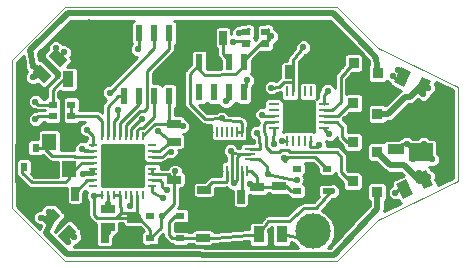
<source format=gtl>
G04 (created by PCBNEW (2013-jul-07)-stable) date Fri 12 Jun 2015 01:12:31 PM EDT*
%MOIN*%
G04 Gerber Fmt 3.4, Leading zero omitted, Abs format*
%FSLAX34Y34*%
G01*
G70*
G90*
G04 APERTURE LIST*
%ADD10C,0.00590551*%
%ADD11C,0.00393701*%
%ADD12R,0.108268X0.108268*%
%ADD13R,0.0354331X0.00984252*%
%ADD14R,0.00984252X0.0354331*%
%ADD15R,0.047X0.055*%
%ADD16R,0.036X0.036*%
%ADD17R,0.03X0.02*%
%ADD18R,0.0236X0.0551*%
%ADD19R,0.08X0.06*%
%ADD20R,0.025X0.045*%
%ADD21R,0.045X0.025*%
%ADD22R,0.03X0.01*%
%ADD23R,0.01X0.03*%
%ADD24R,0.1181X0.1181*%
%ADD25R,0.023622X0.0275591*%
%ADD26C,0.11811*%
%ADD27R,0.0275591X0.023622*%
%ADD28R,0.00905512X0.0354331*%
%ADD29R,0.0354331X0.00905512*%
%ADD30R,0.035X0.055*%
%ADD31R,0.023622X0.0551181*%
%ADD32R,0.055X0.035*%
%ADD33C,0.022*%
%ADD34C,0.009*%
%ADD35C,0.02*%
%ADD36C,0.01*%
G04 APERTURE END LIST*
G54D10*
G54D11*
X28718Y-19360D02*
X19662Y-19360D01*
X28718Y-27825D02*
X19662Y-27825D01*
X19662Y-27825D02*
X17891Y-26053D01*
X17891Y-21132D02*
X19662Y-19360D01*
X32753Y-25167D02*
X30096Y-26447D01*
X32753Y-22018D02*
X32753Y-25167D01*
X30096Y-20738D02*
X32753Y-22018D01*
X17891Y-21132D02*
X17891Y-26053D01*
X28718Y-19360D02*
X30096Y-20738D01*
X28718Y-27825D02*
X30096Y-26447D01*
G54D12*
X27458Y-22999D03*
G54D13*
X28284Y-23392D03*
X28284Y-23195D03*
X28284Y-22999D03*
X28284Y-22802D03*
X28284Y-22605D03*
G54D14*
X27851Y-22172D03*
X27654Y-22172D03*
X27458Y-22172D03*
X27261Y-22172D03*
X27064Y-22172D03*
G54D13*
X26631Y-22605D03*
X26631Y-22802D03*
X26631Y-22999D03*
X26631Y-23195D03*
X26631Y-23392D03*
G54D14*
X27064Y-23825D03*
X27261Y-23825D03*
X27458Y-23825D03*
X27654Y-23825D03*
X27851Y-23825D03*
G54D15*
X19809Y-23864D03*
X19139Y-23864D03*
X19139Y-24764D03*
X19809Y-24764D03*
G54D16*
X29280Y-23270D03*
X29280Y-22570D03*
X30080Y-22920D03*
X29284Y-21918D03*
X29284Y-21218D03*
X30084Y-21568D03*
X29270Y-24550D03*
X29270Y-23850D03*
X30070Y-24200D03*
X29270Y-25870D03*
X29270Y-25170D03*
X30070Y-25520D03*
G54D17*
X28399Y-25491D03*
X28399Y-24741D03*
X27399Y-25491D03*
X28399Y-25116D03*
X27399Y-24741D03*
X23515Y-27068D03*
X23515Y-26318D03*
X22515Y-27068D03*
X23515Y-26693D03*
X22515Y-26318D03*
G54D18*
X23140Y-22327D03*
X23140Y-20227D03*
X22640Y-22327D03*
X22140Y-22327D03*
X21640Y-22327D03*
X22640Y-20227D03*
X22140Y-20227D03*
X21640Y-20227D03*
G54D19*
X31520Y-24200D03*
X31520Y-22900D03*
G54D20*
X20991Y-27006D03*
X21591Y-27006D03*
X24929Y-25681D03*
X25529Y-25681D03*
X24933Y-20381D03*
X24333Y-20381D03*
G54D21*
X24297Y-26053D03*
X24297Y-25453D03*
X26802Y-25338D03*
X26802Y-25938D03*
G54D20*
X27719Y-21528D03*
X27119Y-21528D03*
G54D21*
X26079Y-25366D03*
X26079Y-25966D03*
X23307Y-25118D03*
X23307Y-24518D03*
X24267Y-27048D03*
X24267Y-26448D03*
X21090Y-26084D03*
X21090Y-26684D03*
G54D22*
X20600Y-25136D03*
X20600Y-24939D03*
X20600Y-24742D03*
X20600Y-25333D03*
G54D23*
X20895Y-25628D03*
X21092Y-25628D03*
X21289Y-25628D03*
X21486Y-25628D03*
X21682Y-25628D03*
X21879Y-25628D03*
X22076Y-25628D03*
X22273Y-25628D03*
G54D22*
X22568Y-23955D03*
X22568Y-25333D03*
X22568Y-25136D03*
X22568Y-24939D03*
X22568Y-24742D03*
X22568Y-24546D03*
X22568Y-24349D03*
X22568Y-24152D03*
G54D23*
X22273Y-23660D03*
X22076Y-23660D03*
X21879Y-23660D03*
X21682Y-23660D03*
X21486Y-23660D03*
X21289Y-23660D03*
X21092Y-23660D03*
X20895Y-23660D03*
G54D22*
X20600Y-23955D03*
X20600Y-24152D03*
X20600Y-24349D03*
X20600Y-24546D03*
G54D24*
X21584Y-24644D03*
G54D25*
X18289Y-24682D03*
X18289Y-24053D03*
X18682Y-24682D03*
X18682Y-24053D03*
G54D26*
X20450Y-20344D03*
X27930Y-26840D03*
G54D21*
X21980Y-26430D03*
X21980Y-27030D03*
G54D20*
X19398Y-25575D03*
X19998Y-25575D03*
G54D21*
X23297Y-23844D03*
X23297Y-23244D03*
G54D27*
X19879Y-23002D03*
X19249Y-23002D03*
X19879Y-22608D03*
X19249Y-22608D03*
G54D28*
X25735Y-24810D03*
G54D29*
X25843Y-24414D03*
X25843Y-24245D03*
X25843Y-24076D03*
X25843Y-23907D03*
G54D28*
X25735Y-23511D03*
X25566Y-23511D03*
X25396Y-23511D03*
X25227Y-23511D03*
X25058Y-23511D03*
X24889Y-23511D03*
X24719Y-23511D03*
X24550Y-23511D03*
G54D29*
X24443Y-23907D03*
X24443Y-24076D03*
X24443Y-24245D03*
X24443Y-24414D03*
G54D28*
X24550Y-24810D03*
X24719Y-24810D03*
X24889Y-24810D03*
X25058Y-24810D03*
X25227Y-24810D03*
X25396Y-24810D03*
X25566Y-24810D03*
G54D10*
G36*
X18966Y-21904D02*
X18577Y-21515D01*
X18825Y-21267D01*
X19214Y-21656D01*
X18966Y-21904D01*
X18966Y-21904D01*
G37*
G36*
X19496Y-21374D02*
X19107Y-20985D01*
X19355Y-20737D01*
X19744Y-21126D01*
X19496Y-21374D01*
X19496Y-21374D01*
G37*
G36*
X31874Y-21833D02*
X31642Y-22331D01*
X31325Y-22183D01*
X31557Y-21685D01*
X31874Y-21833D01*
X31874Y-21833D01*
G37*
G36*
X31194Y-21516D02*
X30962Y-22014D01*
X30645Y-21866D01*
X30877Y-21368D01*
X31194Y-21516D01*
X31194Y-21516D01*
G37*
G36*
X31702Y-24788D02*
X31934Y-25286D01*
X31617Y-25434D01*
X31385Y-24936D01*
X31702Y-24788D01*
X31702Y-24788D01*
G37*
G36*
X31022Y-25105D02*
X31254Y-25603D01*
X30937Y-25751D01*
X30705Y-25253D01*
X31022Y-25105D01*
X31022Y-25105D01*
G37*
G36*
X18889Y-26454D02*
X19278Y-26065D01*
X19526Y-26313D01*
X19137Y-26702D01*
X18889Y-26454D01*
X18889Y-26454D01*
G37*
G36*
X19419Y-26984D02*
X19808Y-26595D01*
X20056Y-26843D01*
X19667Y-27232D01*
X19419Y-26984D01*
X19419Y-26984D01*
G37*
G54D30*
X19776Y-21771D03*
X20526Y-21771D03*
G54D31*
X25623Y-21206D03*
X25131Y-21206D03*
X24638Y-21206D03*
X24146Y-21206D03*
X24146Y-22191D03*
X24638Y-22191D03*
X25131Y-22191D03*
X25623Y-22191D03*
G54D27*
X26342Y-20575D03*
X25713Y-20575D03*
X26342Y-20182D03*
X25713Y-20182D03*
G54D30*
X26883Y-26940D03*
X26133Y-26940D03*
G54D32*
X30702Y-24105D03*
X30702Y-23355D03*
G54D33*
X22886Y-26325D03*
X20624Y-25660D03*
X20277Y-24936D03*
X23332Y-24836D03*
X23585Y-23333D03*
X26544Y-20337D03*
X25827Y-25241D03*
X25299Y-25229D03*
X25190Y-24158D03*
X24894Y-23073D03*
X30750Y-21452D03*
X30681Y-25547D03*
X19754Y-27194D03*
X19362Y-20733D03*
X19632Y-20865D03*
X19976Y-27018D03*
X30610Y-21660D03*
X31623Y-23909D03*
X31056Y-23916D03*
X31266Y-24427D03*
X31900Y-24440D03*
X30946Y-25431D03*
X28128Y-23945D03*
X26238Y-22943D03*
X28578Y-25497D03*
X26544Y-22041D03*
X27608Y-20700D03*
X26616Y-23934D03*
X26978Y-24398D03*
X26509Y-26824D03*
X28854Y-21006D03*
X26064Y-22082D03*
X26403Y-20937D03*
X28986Y-23106D03*
X23638Y-25976D03*
X25836Y-23016D03*
X24024Y-24339D03*
X24444Y-22671D03*
X23832Y-20562D03*
X21371Y-24917D03*
X18483Y-25554D03*
X20713Y-21406D03*
X26196Y-26105D03*
X27059Y-23378D03*
X31469Y-22775D03*
X27534Y-22658D03*
X28004Y-21445D03*
X21858Y-24385D03*
X29898Y-23690D03*
X30033Y-23405D03*
X29796Y-23288D03*
X29646Y-23588D03*
X31161Y-22677D03*
X31214Y-23089D03*
X31722Y-22729D03*
X31511Y-23179D03*
X18932Y-24462D03*
X19226Y-23349D03*
X22941Y-27216D03*
X24714Y-26723D03*
X22755Y-23499D03*
X23190Y-24184D03*
X18582Y-21318D03*
X18600Y-21702D03*
X31602Y-22250D03*
X31773Y-22051D03*
X31457Y-24902D03*
X31770Y-25020D03*
X19128Y-26184D03*
X18867Y-26379D03*
X21446Y-22798D03*
X21156Y-22216D03*
X22096Y-20766D03*
X22233Y-23088D03*
X18678Y-22510D03*
X28416Y-22155D03*
X21092Y-25930D03*
X18678Y-23100D03*
X21112Y-26852D03*
X25470Y-20217D03*
X25731Y-21807D03*
X27389Y-25109D03*
X26439Y-24935D03*
X22932Y-25726D03*
X28469Y-23602D03*
X26061Y-23556D03*
X26895Y-23808D03*
X25257Y-20526D03*
X25032Y-22505D03*
X23054Y-25448D03*
X21839Y-26001D03*
X20400Y-23444D03*
X20238Y-24086D03*
G54D34*
X21380Y-26376D02*
X21926Y-26376D01*
X21926Y-26376D02*
X21980Y-26430D01*
X20624Y-25660D02*
X20640Y-26286D01*
X21370Y-26387D02*
X21380Y-26376D01*
X21380Y-26376D02*
X21520Y-26237D01*
X20741Y-26387D02*
X21370Y-26387D01*
X20640Y-26286D02*
X20741Y-26387D01*
X22886Y-26325D02*
X22897Y-26335D01*
X21980Y-26430D02*
X21935Y-26237D01*
X20349Y-24863D02*
X20480Y-24862D01*
X20480Y-24862D02*
X20600Y-24742D01*
X20600Y-24939D02*
X20281Y-24940D01*
X20281Y-24940D02*
X20277Y-24936D01*
X20600Y-24742D02*
X20600Y-24939D01*
X20624Y-25660D02*
X20729Y-25630D01*
X20729Y-25630D02*
X20895Y-25628D01*
X20349Y-24863D02*
X20277Y-24936D01*
X23140Y-22327D02*
X23140Y-23197D01*
X23140Y-23197D02*
X23187Y-23245D01*
X21935Y-26237D02*
X22101Y-26250D01*
X22025Y-26385D02*
X21980Y-26430D01*
X22101Y-26250D02*
X22025Y-26385D01*
X21486Y-25628D02*
X21486Y-25828D01*
X21486Y-25828D02*
X21520Y-26237D01*
X21520Y-26237D02*
X21935Y-26237D01*
X21935Y-26237D02*
X22074Y-26217D01*
X22074Y-26217D02*
X22076Y-25628D01*
X21289Y-25628D02*
X21486Y-25628D01*
X23307Y-25118D02*
X23307Y-25925D01*
X23307Y-25925D02*
X22897Y-26335D01*
X22897Y-26335D02*
X22873Y-26359D01*
X22873Y-26359D02*
X22873Y-26710D01*
X22873Y-26710D02*
X22515Y-27068D01*
X23307Y-25118D02*
X23299Y-24869D01*
X23299Y-24869D02*
X23332Y-24836D01*
X23585Y-23333D02*
X23579Y-23327D01*
X23579Y-23327D02*
X23187Y-23245D01*
X22568Y-24939D02*
X22774Y-24939D01*
X22774Y-24939D02*
X23128Y-24939D01*
X23128Y-24939D02*
X23307Y-25118D01*
X22568Y-24742D02*
X22568Y-24939D01*
X22273Y-23660D02*
X22273Y-23632D01*
X22273Y-23632D02*
X22660Y-23245D01*
X22660Y-23245D02*
X23187Y-23245D01*
X22515Y-27068D02*
X22515Y-26795D01*
X22150Y-26430D02*
X21980Y-26430D01*
X22515Y-26795D02*
X22150Y-26430D01*
X26417Y-20475D02*
X26266Y-20475D01*
X25618Y-21123D02*
X25618Y-21127D01*
X26266Y-20475D02*
X25618Y-21123D01*
X26417Y-20475D02*
X26468Y-20412D01*
X26468Y-20412D02*
X26544Y-20337D01*
X26417Y-20082D02*
X26417Y-20475D01*
X24141Y-21127D02*
X24141Y-21260D01*
X24332Y-23086D02*
X24894Y-23073D01*
X23821Y-22575D02*
X24332Y-23086D01*
X23821Y-21581D02*
X23821Y-22575D01*
X24141Y-21260D02*
X23821Y-21581D01*
X25618Y-21127D02*
X25559Y-21385D01*
X25559Y-21385D02*
X25328Y-21607D01*
X25328Y-21607D02*
X24316Y-21613D01*
X24316Y-21613D02*
X24141Y-21465D01*
X24141Y-21465D02*
X24141Y-21127D01*
X26802Y-25338D02*
X27039Y-25338D01*
X27192Y-25491D02*
X27399Y-25491D01*
X27039Y-25338D02*
X27192Y-25491D01*
X26555Y-25364D02*
X26080Y-25364D01*
X26791Y-25364D02*
X26555Y-25364D01*
X26080Y-25364D02*
X26079Y-25366D01*
X25396Y-24810D02*
X25396Y-25131D01*
X25396Y-25131D02*
X25299Y-25229D01*
X26079Y-25366D02*
X25952Y-25366D01*
X25952Y-25366D02*
X25827Y-25241D01*
X25227Y-25157D02*
X25227Y-24810D01*
X25299Y-25229D02*
X25227Y-25157D01*
X25735Y-24810D02*
X25860Y-24810D01*
X26079Y-25029D02*
X26079Y-25366D01*
X25860Y-24810D02*
X26079Y-25029D01*
X25258Y-24234D02*
X25258Y-24226D01*
X25258Y-24226D02*
X25190Y-24158D01*
X24946Y-23125D02*
X25509Y-23164D01*
X25566Y-23223D02*
X25509Y-23164D01*
X25566Y-23511D02*
X25566Y-23223D01*
X24894Y-23073D02*
X24946Y-23125D01*
X25566Y-23511D02*
X25396Y-23511D01*
X25227Y-24810D02*
X25227Y-24315D01*
X25227Y-24315D02*
X25227Y-24234D01*
X25227Y-24234D02*
X25258Y-24234D01*
X25258Y-24234D02*
X25493Y-24245D01*
X25396Y-24810D02*
X25396Y-24342D01*
X25493Y-24245D02*
X25843Y-24245D01*
X25396Y-24342D02*
X25493Y-24245D01*
X26883Y-26940D02*
X27675Y-27096D01*
X27675Y-27096D02*
X27930Y-26840D01*
X30702Y-24105D02*
X30891Y-23916D01*
X30891Y-23916D02*
X31056Y-23916D01*
X30920Y-21691D02*
X30920Y-21622D01*
X30920Y-21622D02*
X30750Y-21452D01*
X30980Y-25428D02*
X30799Y-25428D01*
X30799Y-25428D02*
X30681Y-25547D01*
X19672Y-26882D02*
X19754Y-27194D01*
X19373Y-21108D02*
X19332Y-20751D01*
X19332Y-20751D02*
X19362Y-20733D01*
X19373Y-21108D02*
X19632Y-20865D01*
X19672Y-26882D02*
X19976Y-27018D01*
X30988Y-21723D02*
X30673Y-21723D01*
X30673Y-21723D02*
X30610Y-21660D01*
X31520Y-24200D02*
X31340Y-24200D01*
X31520Y-24012D02*
X31520Y-24200D01*
X31623Y-23909D02*
X31520Y-24012D01*
X31340Y-24200D02*
X31056Y-23916D01*
X31493Y-24200D02*
X31520Y-24200D01*
X31266Y-24427D02*
X31493Y-24200D01*
X31660Y-24200D02*
X31520Y-24200D01*
X31900Y-24440D02*
X31660Y-24200D01*
X30981Y-25396D02*
X30946Y-25431D01*
X31048Y-25396D02*
X30981Y-25396D01*
X27843Y-23834D02*
X27851Y-23825D01*
X27843Y-24011D02*
X27843Y-23834D01*
X28061Y-24011D02*
X27843Y-24011D01*
X28128Y-23945D02*
X28061Y-24011D01*
X26238Y-22943D02*
X26294Y-22999D01*
X26294Y-22999D02*
X26631Y-22999D01*
X28578Y-25497D02*
X28525Y-25497D01*
X26447Y-26497D02*
X26133Y-26940D01*
X27146Y-26497D02*
X26447Y-26497D01*
X27616Y-26069D02*
X27146Y-26497D01*
X28044Y-26069D02*
X27616Y-26069D01*
X28525Y-25497D02*
X28044Y-26069D01*
X26133Y-26940D02*
X24315Y-27096D01*
X24315Y-27096D02*
X24267Y-27048D01*
X23515Y-27068D02*
X24247Y-27068D01*
X24247Y-27068D02*
X24267Y-27048D01*
X28613Y-25532D02*
X28578Y-25497D01*
X28533Y-25452D02*
X28613Y-25532D01*
X28533Y-25452D02*
X28399Y-25491D01*
X28399Y-25491D02*
X28533Y-25452D01*
X23515Y-26318D02*
X23319Y-26318D01*
X23319Y-26318D02*
X23124Y-26513D01*
X23124Y-26513D02*
X23124Y-26954D01*
X23124Y-26954D02*
X23238Y-27068D01*
X23238Y-27068D02*
X23515Y-27068D01*
X27267Y-21690D02*
X27267Y-21676D01*
X27267Y-21676D02*
X27119Y-21528D01*
X27590Y-20718D02*
X27608Y-20700D01*
X26796Y-22014D02*
X26544Y-22041D01*
X26964Y-21846D02*
X26796Y-22014D01*
X27199Y-21846D02*
X26964Y-21846D01*
X27267Y-21903D02*
X27267Y-21690D01*
X27267Y-21690D02*
X27267Y-21182D01*
X27267Y-21182D02*
X27267Y-21135D01*
X27267Y-21135D02*
X27608Y-20700D01*
X27210Y-21846D02*
X27199Y-21846D01*
X27261Y-21897D02*
X27267Y-21903D01*
X27267Y-21903D02*
X27210Y-21846D01*
X27261Y-22172D02*
X27261Y-21897D01*
X26961Y-24492D02*
X26961Y-24415D01*
X26631Y-23627D02*
X26612Y-23647D01*
X26612Y-23647D02*
X26612Y-23862D01*
X26631Y-23392D02*
X26631Y-23627D01*
X27115Y-24361D02*
X26985Y-24492D01*
X26985Y-24492D02*
X26961Y-24492D01*
X27115Y-24361D02*
X28003Y-24361D01*
X26612Y-23930D02*
X26612Y-23862D01*
X26616Y-23934D02*
X26612Y-23930D01*
X26961Y-24415D02*
X26978Y-24398D01*
X28399Y-24741D02*
X28383Y-24741D01*
X28383Y-24741D02*
X28003Y-24361D01*
X28003Y-24361D02*
X28002Y-24360D01*
X22941Y-27216D02*
X23072Y-27216D01*
X26509Y-27258D02*
X26509Y-26824D01*
X26411Y-27356D02*
X26509Y-27258D01*
X23212Y-27356D02*
X26411Y-27356D01*
X23072Y-27216D02*
X23212Y-27356D01*
X28757Y-20986D02*
X28777Y-21006D01*
X28777Y-21006D02*
X28854Y-21006D01*
X26159Y-22127D02*
X26109Y-22127D01*
X26109Y-22127D02*
X26064Y-22082D01*
X27458Y-22999D02*
X27439Y-22999D01*
X26159Y-22204D02*
X26159Y-22127D01*
X26159Y-22127D02*
X26159Y-21465D01*
X26305Y-22350D02*
X26159Y-22204D01*
X26790Y-22350D02*
X26305Y-22350D01*
X27439Y-22999D02*
X26790Y-22350D01*
X29280Y-23270D02*
X29126Y-23270D01*
X28986Y-23130D02*
X28986Y-23106D01*
X29126Y-23270D02*
X28986Y-23130D01*
X28004Y-21445D02*
X27802Y-21445D01*
X27802Y-21445D02*
X27719Y-21528D01*
X24297Y-26053D02*
X23715Y-26053D01*
X23715Y-26053D02*
X23638Y-25976D01*
X25880Y-23060D02*
X25880Y-23297D01*
X25735Y-23442D02*
X25880Y-23297D01*
X25735Y-23511D02*
X25735Y-23442D01*
X25836Y-23016D02*
X25880Y-23060D01*
X24258Y-24593D02*
X24258Y-24573D01*
X24258Y-24573D02*
X24024Y-24339D01*
X24443Y-23639D02*
X24386Y-23639D01*
X24386Y-23639D02*
X24201Y-23454D01*
X24534Y-22761D02*
X24764Y-22761D01*
X24444Y-22671D02*
X24534Y-22761D01*
X24640Y-20380D02*
X24014Y-20380D01*
X24014Y-20380D02*
X23832Y-20562D01*
X24633Y-21127D02*
X24633Y-20386D01*
X24633Y-20386D02*
X24640Y-20380D01*
X23850Y-24518D02*
X23898Y-24566D01*
X23898Y-25916D02*
X23898Y-24566D01*
X23898Y-24566D02*
X24030Y-24698D01*
X24030Y-24698D02*
X24258Y-24698D01*
X24035Y-26053D02*
X23898Y-25916D01*
X24258Y-24698D02*
X24258Y-24593D01*
X24249Y-24593D02*
X24258Y-24593D01*
X24255Y-24599D02*
X24249Y-24593D01*
X24258Y-24599D02*
X24255Y-24599D01*
X24258Y-24538D02*
X24319Y-24538D01*
X24258Y-24593D02*
X24258Y-24538D01*
X24258Y-24538D02*
X24258Y-24521D01*
X24258Y-24521D02*
X24278Y-24501D01*
X20691Y-27324D02*
X20691Y-26995D01*
X21540Y-27006D02*
X21187Y-27359D01*
X21187Y-27359D02*
X20726Y-27359D01*
X20726Y-27359D02*
X20691Y-27324D01*
X21591Y-27006D02*
X21540Y-27006D01*
X19452Y-25756D02*
X19452Y-25566D01*
X20691Y-26995D02*
X19452Y-25756D01*
X21608Y-27118D02*
X21892Y-27118D01*
X21892Y-27118D02*
X21980Y-27030D01*
X21584Y-24703D02*
X21584Y-24644D01*
X21371Y-24917D02*
X21584Y-24703D01*
X18627Y-25698D02*
X18627Y-25802D01*
X18483Y-25554D02*
X18627Y-25698D01*
X20330Y-21640D02*
X20479Y-21640D01*
X20479Y-21640D02*
X20713Y-21406D01*
X24824Y-25927D02*
X24956Y-25927D01*
X26343Y-26189D02*
X26343Y-26203D01*
X26329Y-26203D02*
X26343Y-26189D01*
X26294Y-26203D02*
X26329Y-26203D01*
X26196Y-26105D02*
X26294Y-26203D01*
X24956Y-25927D02*
X25083Y-26054D01*
X26403Y-26203D02*
X26343Y-26203D01*
X26343Y-26203D02*
X25451Y-26203D01*
X25451Y-26203D02*
X25085Y-26569D01*
X25085Y-26569D02*
X24306Y-26569D01*
X26079Y-25966D02*
X26790Y-25966D01*
X26790Y-25966D02*
X26791Y-25964D01*
X27438Y-22999D02*
X27458Y-22999D01*
X27059Y-23378D02*
X27438Y-22999D01*
X23307Y-24518D02*
X23850Y-24518D01*
X24443Y-24414D02*
X24258Y-24599D01*
X24297Y-26053D02*
X24035Y-26053D01*
X24297Y-26053D02*
X24699Y-26053D01*
X24930Y-25822D02*
X24930Y-25571D01*
X24699Y-26053D02*
X24824Y-25927D01*
X24824Y-25927D02*
X24930Y-25822D01*
X24297Y-26053D02*
X24297Y-26560D01*
X24297Y-26560D02*
X24306Y-26569D01*
X24719Y-24810D02*
X24889Y-24810D01*
X24550Y-24810D02*
X24719Y-24810D01*
X24443Y-24414D02*
X24443Y-24703D01*
X24443Y-24703D02*
X24550Y-24810D01*
X24319Y-24538D02*
X24443Y-24414D01*
X25735Y-23511D02*
X25735Y-23799D01*
X25735Y-23799D02*
X25843Y-23907D01*
X24443Y-23907D02*
X25843Y-23907D01*
X24443Y-23907D02*
X24443Y-23639D01*
X24443Y-23639D02*
X24443Y-23618D01*
X24443Y-23618D02*
X24550Y-23511D01*
X24443Y-24076D02*
X24443Y-23907D01*
X24443Y-24245D02*
X24443Y-24076D01*
X24443Y-24414D02*
X24443Y-24245D01*
X31112Y-22845D02*
X31063Y-22894D01*
X31399Y-22845D02*
X31112Y-22845D01*
X31469Y-22775D02*
X31399Y-22845D01*
X21980Y-27251D02*
X21980Y-27030D01*
X19450Y-25563D02*
X19450Y-25564D01*
X19450Y-25563D02*
X19389Y-25563D01*
X19059Y-25802D02*
X18627Y-25802D01*
X19213Y-25802D02*
X19059Y-25802D01*
X19450Y-25564D02*
X19213Y-25802D01*
X18627Y-25802D02*
X18604Y-25802D01*
X18047Y-23959D02*
X18238Y-23699D01*
X18047Y-25177D02*
X18047Y-23959D01*
X18604Y-25802D02*
X18047Y-25177D01*
X28368Y-21509D02*
X28068Y-21509D01*
X28068Y-21509D02*
X28004Y-21445D01*
X27458Y-22734D02*
X27458Y-22999D01*
X27534Y-22658D02*
X27458Y-22734D01*
X24306Y-26569D02*
X24560Y-26569D01*
X24560Y-26569D02*
X24714Y-26723D01*
X20647Y-20344D02*
X21522Y-20344D01*
X21522Y-20344D02*
X21640Y-20227D01*
X19429Y-23412D02*
X19289Y-23412D01*
X19289Y-23412D02*
X19226Y-23349D01*
X19011Y-24788D02*
X19011Y-24541D01*
X19011Y-24541D02*
X18932Y-24462D01*
X18238Y-24049D02*
X18238Y-23699D01*
X18238Y-23699D02*
X18526Y-23412D01*
X18526Y-23412D02*
X19429Y-23412D01*
X19429Y-23412D02*
X19541Y-23412D01*
X19541Y-23412D02*
X19681Y-23552D01*
X19681Y-23552D02*
X19681Y-23888D01*
X18238Y-24049D02*
X18238Y-24153D01*
X18238Y-24153D02*
X18447Y-24362D01*
X18447Y-24362D02*
X18623Y-24362D01*
X18623Y-24362D02*
X18631Y-24370D01*
X18631Y-24370D02*
X18631Y-24678D01*
X21598Y-24644D02*
X21584Y-24644D01*
X21858Y-24385D02*
X21598Y-24644D01*
X19011Y-24788D02*
X18740Y-24788D01*
X18740Y-24788D02*
X18631Y-24678D01*
X22568Y-24546D02*
X23278Y-24546D01*
X23278Y-24546D02*
X23307Y-24518D01*
X21584Y-24644D02*
X22160Y-24644D01*
X22258Y-24546D02*
X22568Y-24546D01*
X22160Y-24644D02*
X22258Y-24546D01*
X24306Y-26569D02*
X23890Y-26569D01*
X23766Y-26693D02*
X23515Y-26693D01*
X23890Y-26569D02*
X23766Y-26693D01*
X26791Y-25964D02*
X26641Y-25964D01*
X26641Y-25964D02*
X26403Y-26203D01*
X26403Y-26203D02*
X26399Y-26207D01*
X29748Y-23791D02*
X30156Y-23791D01*
X30156Y-23791D02*
X30341Y-23606D01*
X29928Y-23606D02*
X29928Y-23660D01*
X29928Y-23660D02*
X29898Y-23690D01*
X30033Y-23405D02*
X29916Y-23288D01*
X29916Y-23288D02*
X29796Y-23288D01*
X29646Y-23588D02*
X29745Y-23687D01*
X29745Y-23687D02*
X29847Y-23687D01*
X31161Y-22677D02*
X31384Y-22900D01*
X31384Y-22900D02*
X31520Y-22900D01*
X31403Y-22900D02*
X31520Y-22900D01*
X31214Y-23089D02*
X31403Y-22900D01*
X31551Y-22900D02*
X31520Y-22900D01*
X31722Y-22729D02*
X31551Y-22900D01*
X31520Y-23170D02*
X31520Y-22900D01*
X31511Y-23179D02*
X31520Y-23170D01*
X28368Y-21509D02*
X28368Y-21376D01*
X29711Y-21716D02*
X29580Y-21846D01*
X29711Y-21087D02*
X29711Y-21716D01*
X29472Y-20848D02*
X29711Y-21087D01*
X28896Y-20848D02*
X29472Y-20848D01*
X28368Y-21376D02*
X28757Y-20986D01*
X28757Y-20986D02*
X28896Y-20848D01*
X28399Y-25116D02*
X28543Y-25116D01*
X28932Y-25505D02*
X29500Y-25505D01*
X28543Y-25116D02*
X28932Y-25505D01*
X29748Y-23606D02*
X29748Y-23791D01*
X29748Y-23791D02*
X29748Y-25512D01*
X29390Y-25870D02*
X29270Y-25870D01*
X29748Y-25512D02*
X29390Y-25870D01*
X29691Y-25421D02*
X29691Y-25449D01*
X29691Y-24399D02*
X29691Y-24630D01*
X29691Y-24630D02*
X29691Y-25421D01*
X29691Y-25449D02*
X29270Y-25870D01*
X29270Y-24550D02*
X29270Y-24619D01*
X29270Y-24619D02*
X29612Y-24961D01*
X29270Y-24550D02*
X29270Y-24497D01*
X29270Y-24497D02*
X29612Y-24155D01*
X29284Y-21918D02*
X29308Y-21918D01*
X29308Y-21918D02*
X29550Y-22160D01*
X29612Y-23615D02*
X29612Y-23602D01*
X29612Y-23602D02*
X29280Y-23270D01*
X29280Y-23270D02*
X29280Y-23232D01*
X29280Y-23232D02*
X29540Y-22972D01*
X29540Y-22972D02*
X29612Y-22972D01*
X29284Y-21918D02*
X29413Y-21918D01*
X29413Y-21918D02*
X29612Y-22117D01*
X29612Y-22117D02*
X29612Y-22972D01*
X29270Y-25735D02*
X29270Y-25870D01*
X29612Y-25393D02*
X29500Y-25505D01*
X29500Y-25505D02*
X29270Y-25735D01*
X29612Y-24961D02*
X29612Y-25393D01*
X29612Y-24155D02*
X29612Y-24961D01*
X29612Y-22972D02*
X29612Y-23615D01*
X29612Y-23615D02*
X29612Y-24155D01*
X29284Y-21918D02*
X29401Y-21918D01*
X29401Y-21918D02*
X29486Y-21833D01*
X29486Y-21833D02*
X29567Y-21833D01*
X29567Y-21833D02*
X29580Y-21846D01*
X29760Y-22026D02*
X29760Y-23242D01*
X29580Y-21846D02*
X29760Y-22026D01*
X29691Y-23606D02*
X29748Y-23606D01*
X29748Y-23606D02*
X29928Y-23606D01*
X29928Y-23606D02*
X30341Y-23606D01*
X30341Y-23606D02*
X30804Y-23606D01*
X31510Y-22900D02*
X31520Y-22900D01*
X30804Y-23606D02*
X31510Y-22900D01*
X29691Y-23288D02*
X30642Y-23288D01*
X30642Y-23288D02*
X31030Y-22900D01*
X31030Y-22900D02*
X31520Y-22900D01*
X29691Y-23363D02*
X30687Y-23363D01*
X31150Y-22900D02*
X31520Y-22900D01*
X30687Y-23363D02*
X31150Y-22900D01*
X30732Y-23440D02*
X31272Y-22900D01*
X29691Y-23440D02*
X30732Y-23440D01*
X31272Y-22900D02*
X31520Y-22900D01*
X31520Y-22900D02*
X31400Y-22900D01*
X30769Y-23531D02*
X29691Y-23531D01*
X31400Y-22900D02*
X30769Y-23531D01*
X29691Y-23181D02*
X29691Y-23288D01*
X29691Y-23288D02*
X29691Y-23363D01*
X29691Y-23363D02*
X29691Y-23440D01*
X29691Y-23440D02*
X29691Y-23531D01*
X29691Y-23531D02*
X29691Y-23606D01*
X29691Y-23606D02*
X29691Y-24399D01*
X29540Y-24550D02*
X29270Y-24550D01*
X29691Y-24399D02*
X29540Y-24550D01*
X29284Y-21918D02*
X29534Y-21918D01*
X29602Y-23270D02*
X29280Y-23270D01*
X29691Y-23181D02*
X29602Y-23270D01*
X29691Y-22075D02*
X29691Y-23181D01*
X29534Y-21918D02*
X29691Y-22075D01*
X27458Y-22172D02*
X27458Y-21741D01*
X27690Y-21509D02*
X28368Y-21509D01*
X27458Y-21741D02*
X27690Y-21509D01*
X27458Y-22172D02*
X27458Y-22999D01*
X22941Y-27216D02*
X22885Y-27272D01*
X22885Y-27272D02*
X22075Y-27346D01*
X22075Y-27346D02*
X21980Y-27251D01*
X19879Y-23002D02*
X20745Y-23002D01*
X20745Y-23002D02*
X20895Y-23151D01*
X20895Y-23151D02*
X20895Y-23660D01*
X19879Y-22608D02*
X19879Y-23002D01*
X22755Y-23499D02*
X23134Y-23792D01*
X23134Y-23792D02*
X23187Y-23845D01*
X22568Y-24152D02*
X22808Y-24160D01*
X22808Y-24160D02*
X23187Y-23845D01*
X22568Y-24349D02*
X22884Y-24348D01*
X22884Y-24348D02*
X23092Y-24188D01*
X23092Y-24188D02*
X23190Y-24184D01*
G54D35*
X30084Y-21568D02*
X30024Y-21072D01*
X30024Y-21072D02*
X29805Y-20775D01*
X29805Y-20775D02*
X28608Y-19560D01*
X28608Y-19560D02*
X19755Y-19560D01*
X19755Y-19560D02*
X18513Y-20799D01*
X18513Y-20799D02*
X18582Y-21318D01*
X18948Y-21533D02*
X18582Y-21318D01*
X18948Y-21533D02*
X18600Y-21702D01*
X31531Y-21976D02*
X31531Y-22179D01*
X31531Y-22179D02*
X31602Y-22250D01*
X31531Y-21976D02*
X31698Y-21976D01*
X31698Y-21976D02*
X31773Y-22051D01*
X30080Y-22920D02*
X30442Y-22920D01*
X31160Y-22348D02*
X31531Y-21976D01*
X31014Y-22348D02*
X31160Y-22348D01*
X30442Y-22920D02*
X31014Y-22348D01*
X31283Y-24945D02*
X31414Y-24945D01*
X31414Y-24945D02*
X31457Y-24902D01*
X31591Y-25143D02*
X31481Y-25143D01*
X30495Y-24625D02*
X30070Y-24200D01*
X30963Y-24625D02*
X30495Y-24625D01*
X31481Y-25143D02*
X31283Y-24945D01*
X31283Y-24945D02*
X30963Y-24625D01*
G54D34*
X31591Y-25143D02*
X31646Y-25143D01*
X31646Y-25143D02*
X31770Y-25020D01*
G54D35*
X19855Y-27603D02*
X19722Y-27606D01*
X19722Y-27606D02*
X19044Y-26889D01*
X19044Y-26889D02*
X19247Y-26457D01*
X28626Y-27629D02*
X19855Y-27603D01*
X30070Y-26080D02*
X28626Y-27629D01*
X19247Y-26457D02*
X19128Y-26184D01*
X19247Y-26457D02*
X18867Y-26379D01*
X30070Y-25520D02*
X30070Y-26080D01*
G54D34*
X29022Y-21510D02*
X29022Y-21480D01*
X29022Y-21480D02*
X29284Y-21218D01*
X28284Y-22802D02*
X28566Y-22802D01*
X28851Y-21681D02*
X29022Y-21510D01*
X29022Y-21510D02*
X29031Y-21501D01*
X28851Y-22518D02*
X28851Y-21681D01*
X28566Y-22802D02*
X28851Y-22518D01*
X28284Y-22999D02*
X28759Y-22999D01*
X29188Y-22570D02*
X29280Y-22570D01*
X28759Y-22999D02*
X29188Y-22570D01*
X28284Y-23195D02*
X28734Y-23195D01*
X29071Y-23850D02*
X29270Y-23850D01*
X28914Y-23693D02*
X29071Y-23850D01*
X28914Y-23375D02*
X28914Y-23693D01*
X28734Y-23195D02*
X28914Y-23375D01*
X26362Y-23988D02*
X26362Y-24040D01*
X26352Y-23195D02*
X26304Y-23244D01*
X26304Y-23244D02*
X26304Y-23496D01*
X26304Y-23496D02*
X26381Y-23678D01*
X26381Y-23678D02*
X26362Y-23988D01*
X29170Y-25170D02*
X28872Y-24872D01*
X28872Y-24872D02*
X28872Y-24343D01*
X29270Y-25170D02*
X29170Y-25170D01*
X28716Y-24187D02*
X28872Y-24343D01*
X26352Y-23195D02*
X26631Y-23195D01*
X28715Y-24188D02*
X28716Y-24187D01*
X27150Y-24188D02*
X28715Y-24188D01*
X27102Y-24140D02*
X27150Y-24188D01*
X26860Y-24140D02*
X27102Y-24140D01*
X26798Y-24202D02*
X26860Y-24140D01*
X26524Y-24202D02*
X26798Y-24202D01*
X26362Y-24040D02*
X26524Y-24202D01*
X20600Y-25136D02*
X20403Y-25136D01*
X20403Y-25136D02*
X20050Y-25489D01*
X20050Y-25489D02*
X20050Y-25563D01*
X19380Y-25204D02*
X19672Y-25204D01*
X19672Y-25204D02*
X19788Y-25088D01*
X19788Y-25088D02*
X19788Y-24761D01*
X19681Y-24788D02*
X19681Y-24884D01*
X19361Y-25204D02*
X19380Y-25204D01*
X19380Y-25204D02*
X18556Y-25204D01*
X18556Y-25204D02*
X18238Y-24886D01*
X18238Y-24886D02*
X18238Y-24678D01*
X19745Y-24790D02*
X19975Y-24790D01*
X19975Y-24790D02*
X20219Y-24546D01*
X20219Y-24546D02*
X20600Y-24546D01*
X21289Y-23660D02*
X21289Y-23174D01*
X21289Y-23174D02*
X21440Y-23024D01*
X21440Y-23024D02*
X21446Y-22798D01*
X21156Y-22216D02*
X22640Y-20732D01*
X22640Y-20732D02*
X22640Y-20227D01*
X22096Y-20766D02*
X22140Y-20722D01*
X22140Y-20722D02*
X22140Y-20227D01*
X21879Y-23660D02*
X21879Y-23409D01*
X21879Y-23409D02*
X22212Y-23088D01*
X22212Y-23088D02*
X22233Y-23088D01*
X22076Y-23660D02*
X22076Y-23467D01*
X22076Y-23467D02*
X22168Y-23376D01*
X22168Y-23376D02*
X22276Y-23376D01*
X22276Y-23376D02*
X22640Y-23012D01*
X22640Y-23012D02*
X22640Y-22327D01*
X19011Y-23888D02*
X19011Y-24089D01*
X19011Y-24089D02*
X19248Y-24326D01*
X19248Y-24326D02*
X19973Y-24326D01*
X19973Y-24326D02*
X19996Y-24349D01*
X19996Y-24349D02*
X20600Y-24349D01*
X18631Y-24049D02*
X18917Y-24049D01*
X18917Y-24049D02*
X19075Y-23890D01*
X19249Y-22608D02*
X19249Y-22120D01*
X19249Y-22120D02*
X19730Y-21640D01*
X19249Y-22608D02*
X18777Y-22608D01*
X18777Y-22608D02*
X18678Y-22510D01*
X24933Y-20381D02*
X24933Y-20934D01*
X24933Y-20934D02*
X25126Y-21127D01*
X28284Y-22605D02*
X28284Y-22286D01*
X28284Y-22286D02*
X28416Y-22155D01*
X25566Y-24810D02*
X25566Y-25534D01*
X25566Y-25534D02*
X25530Y-25571D01*
X24297Y-25453D02*
X24309Y-25453D01*
X25058Y-25144D02*
X25058Y-24810D01*
X25017Y-25186D02*
X25058Y-25144D01*
X24576Y-25186D02*
X25017Y-25186D01*
X24309Y-25453D02*
X24576Y-25186D01*
X21092Y-25888D02*
X21092Y-25930D01*
X21090Y-26084D02*
X21092Y-25888D01*
X21092Y-25888D02*
X21090Y-25630D01*
X21090Y-25630D02*
X21092Y-25628D01*
X18866Y-23002D02*
X18777Y-23002D01*
X18777Y-23002D02*
X18678Y-23100D01*
X19249Y-23002D02*
X18866Y-23002D01*
X18866Y-23002D02*
X18875Y-23002D01*
X22140Y-22327D02*
X22140Y-22579D01*
X22140Y-22579D02*
X21486Y-23233D01*
X21486Y-23233D02*
X21486Y-23660D01*
X21092Y-23660D02*
X21092Y-22675D01*
X21092Y-22675D02*
X21441Y-22327D01*
X21441Y-22327D02*
X21640Y-22327D01*
X21090Y-26684D02*
X21090Y-26832D01*
X21090Y-26832D02*
X21112Y-26852D01*
X20991Y-27006D02*
X20991Y-26783D01*
X20991Y-26783D02*
X21090Y-26684D01*
X21008Y-27118D02*
X21008Y-26766D01*
X21008Y-26766D02*
X21090Y-26684D01*
X21682Y-23660D02*
X21682Y-23284D01*
X21682Y-23284D02*
X22151Y-22816D01*
X22151Y-22816D02*
X22309Y-22816D01*
X22309Y-22816D02*
X22391Y-22734D01*
X22391Y-22734D02*
X22391Y-21494D01*
X22391Y-21494D02*
X23140Y-20745D01*
X23140Y-20745D02*
X23140Y-20227D01*
X25788Y-20082D02*
X25543Y-20143D01*
X25543Y-20143D02*
X25470Y-20217D01*
X25618Y-22112D02*
X25618Y-22296D01*
X25618Y-22296D02*
X25731Y-21807D01*
X26439Y-24935D02*
X26540Y-24950D01*
X26540Y-24950D02*
X27329Y-25115D01*
X27329Y-25115D02*
X27389Y-25109D01*
X26396Y-24892D02*
X26396Y-24665D01*
X26439Y-24935D02*
X26396Y-24892D01*
X22568Y-25531D02*
X22932Y-25726D01*
X22568Y-25333D02*
X22568Y-25531D01*
X26396Y-24665D02*
X26399Y-24668D01*
X25843Y-24414D02*
X26145Y-24414D01*
X26145Y-24414D02*
X26396Y-24665D01*
X28284Y-23392D02*
X28284Y-23417D01*
X28284Y-23417D02*
X28469Y-23602D01*
X25843Y-24076D02*
X26157Y-24075D01*
X26145Y-23679D02*
X26061Y-23556D01*
X26157Y-24075D02*
X26145Y-23679D01*
X27064Y-23825D02*
X26912Y-23825D01*
X26912Y-23825D02*
X26895Y-23808D01*
X25398Y-20475D02*
X25788Y-20475D01*
X25257Y-20526D02*
X25398Y-20475D01*
X25126Y-22410D02*
X25126Y-22112D01*
X25032Y-22505D02*
X25126Y-22410D01*
X22838Y-25136D02*
X22568Y-25136D01*
X22910Y-25208D02*
X22838Y-25136D01*
X22910Y-25344D02*
X22910Y-25208D01*
X23054Y-25448D02*
X22910Y-25344D01*
X21839Y-26001D02*
X21867Y-25896D01*
X21867Y-25896D02*
X21879Y-25628D01*
X20600Y-23955D02*
X20600Y-23644D01*
X20600Y-23644D02*
X20400Y-23444D01*
X20600Y-23955D02*
X20545Y-23955D01*
X20600Y-24152D02*
X20283Y-24131D01*
X20283Y-24131D02*
X20238Y-24086D01*
X20600Y-24152D02*
X20319Y-24152D01*
X20319Y-24152D02*
X20265Y-24098D01*
G54D10*
G36*
X20779Y-27356D02*
X19961Y-27353D01*
X19974Y-27341D01*
X20000Y-27278D01*
X20027Y-27278D01*
X20123Y-27238D01*
X20196Y-27165D01*
X20235Y-27069D01*
X20236Y-26966D01*
X20201Y-26883D01*
X20206Y-26873D01*
X20206Y-26813D01*
X20183Y-26758D01*
X20141Y-26716D01*
X19893Y-26468D01*
X19838Y-26445D01*
X19779Y-26445D01*
X19724Y-26468D01*
X19681Y-26510D01*
X19347Y-26845D01*
X19343Y-26841D01*
X19462Y-26588D01*
X19653Y-26398D01*
X19676Y-26343D01*
X19676Y-26283D01*
X19653Y-26228D01*
X19611Y-26186D01*
X19363Y-25938D01*
X19308Y-25915D01*
X19248Y-25915D01*
X19204Y-25934D01*
X19179Y-25924D01*
X19076Y-25923D01*
X18980Y-25963D01*
X18907Y-26036D01*
X18873Y-26119D01*
X18815Y-26118D01*
X18719Y-26158D01*
X18646Y-26231D01*
X18607Y-26327D01*
X18606Y-26430D01*
X18646Y-26526D01*
X18719Y-26599D01*
X18815Y-26638D01*
X18861Y-26638D01*
X18878Y-26655D01*
X18831Y-26753D01*
X18061Y-25983D01*
X18061Y-24965D01*
X18100Y-25024D01*
X18418Y-25341D01*
X18481Y-25384D01*
X18481Y-25384D01*
X18556Y-25399D01*
X19361Y-25399D01*
X19380Y-25399D01*
X19672Y-25399D01*
X19722Y-25388D01*
X19722Y-25829D01*
X19745Y-25884D01*
X19787Y-25927D01*
X19843Y-25949D01*
X19902Y-25950D01*
X20152Y-25950D01*
X20207Y-25927D01*
X20250Y-25885D01*
X20272Y-25829D01*
X20273Y-25770D01*
X20273Y-25542D01*
X20335Y-25480D01*
X20365Y-25510D01*
X20398Y-25524D01*
X20364Y-25608D01*
X20363Y-25711D01*
X20403Y-25807D01*
X20433Y-25837D01*
X20445Y-26284D01*
X20445Y-26286D01*
X20445Y-26287D01*
X20445Y-26291D01*
X20450Y-26311D01*
X20459Y-26360D01*
X20461Y-26363D01*
X20462Y-26365D01*
X20475Y-26383D01*
X20502Y-26423D01*
X20603Y-26524D01*
X20666Y-26567D01*
X20666Y-26567D01*
X20714Y-26576D01*
X20714Y-26588D01*
X20714Y-26838D01*
X20715Y-26841D01*
X20715Y-27260D01*
X20738Y-27315D01*
X20779Y-27356D01*
X20779Y-27356D01*
G37*
G54D36*
X20779Y-27356D02*
X19961Y-27353D01*
X19974Y-27341D01*
X20000Y-27278D01*
X20027Y-27278D01*
X20123Y-27238D01*
X20196Y-27165D01*
X20235Y-27069D01*
X20236Y-26966D01*
X20201Y-26883D01*
X20206Y-26873D01*
X20206Y-26813D01*
X20183Y-26758D01*
X20141Y-26716D01*
X19893Y-26468D01*
X19838Y-26445D01*
X19779Y-26445D01*
X19724Y-26468D01*
X19681Y-26510D01*
X19347Y-26845D01*
X19343Y-26841D01*
X19462Y-26588D01*
X19653Y-26398D01*
X19676Y-26343D01*
X19676Y-26283D01*
X19653Y-26228D01*
X19611Y-26186D01*
X19363Y-25938D01*
X19308Y-25915D01*
X19248Y-25915D01*
X19204Y-25934D01*
X19179Y-25924D01*
X19076Y-25923D01*
X18980Y-25963D01*
X18907Y-26036D01*
X18873Y-26119D01*
X18815Y-26118D01*
X18719Y-26158D01*
X18646Y-26231D01*
X18607Y-26327D01*
X18606Y-26430D01*
X18646Y-26526D01*
X18719Y-26599D01*
X18815Y-26638D01*
X18861Y-26638D01*
X18878Y-26655D01*
X18831Y-26753D01*
X18061Y-25983D01*
X18061Y-24965D01*
X18100Y-25024D01*
X18418Y-25341D01*
X18481Y-25384D01*
X18481Y-25384D01*
X18556Y-25399D01*
X19361Y-25399D01*
X19380Y-25399D01*
X19672Y-25399D01*
X19722Y-25388D01*
X19722Y-25829D01*
X19745Y-25884D01*
X19787Y-25927D01*
X19843Y-25949D01*
X19902Y-25950D01*
X20152Y-25950D01*
X20207Y-25927D01*
X20250Y-25885D01*
X20272Y-25829D01*
X20273Y-25770D01*
X20273Y-25542D01*
X20335Y-25480D01*
X20365Y-25510D01*
X20398Y-25524D01*
X20364Y-25608D01*
X20363Y-25711D01*
X20403Y-25807D01*
X20433Y-25837D01*
X20445Y-26284D01*
X20445Y-26286D01*
X20445Y-26287D01*
X20445Y-26291D01*
X20450Y-26311D01*
X20459Y-26360D01*
X20461Y-26363D01*
X20462Y-26365D01*
X20475Y-26383D01*
X20502Y-26423D01*
X20603Y-26524D01*
X20666Y-26567D01*
X20666Y-26567D01*
X20714Y-26576D01*
X20714Y-26588D01*
X20714Y-26838D01*
X20715Y-26841D01*
X20715Y-27260D01*
X20738Y-27315D01*
X20779Y-27356D01*
G54D10*
G36*
X22070Y-21025D02*
X21140Y-21955D01*
X21104Y-21955D01*
X21008Y-21995D01*
X20935Y-22068D01*
X20896Y-22164D01*
X20895Y-22267D01*
X20935Y-22363D01*
X21008Y-22436D01*
X21042Y-22450D01*
X20954Y-22537D01*
X20911Y-22601D01*
X20897Y-22675D01*
X20897Y-22878D01*
X20883Y-22864D01*
X20820Y-22822D01*
X20745Y-22807D01*
X20147Y-22807D01*
X20147Y-22805D01*
X20167Y-22756D01*
X20167Y-22697D01*
X20167Y-22460D01*
X20144Y-22405D01*
X20102Y-22363D01*
X20101Y-22362D01*
X20101Y-22016D01*
X20101Y-21466D01*
X20078Y-21411D01*
X20036Y-21368D01*
X19980Y-21346D01*
X19921Y-21345D01*
X19737Y-21345D01*
X19871Y-21211D01*
X19894Y-21156D01*
X19894Y-21096D01*
X19871Y-21041D01*
X19847Y-21017D01*
X19852Y-21012D01*
X19891Y-20916D01*
X19892Y-20813D01*
X19852Y-20717D01*
X19779Y-20644D01*
X19683Y-20605D01*
X19590Y-20604D01*
X19582Y-20585D01*
X19509Y-20512D01*
X19413Y-20473D01*
X19310Y-20472D01*
X19214Y-20512D01*
X19141Y-20585D01*
X19102Y-20681D01*
X19101Y-20778D01*
X18980Y-20900D01*
X18957Y-20955D01*
X18957Y-21014D01*
X18980Y-21069D01*
X19022Y-21112D01*
X19411Y-21501D01*
X19450Y-21517D01*
X19450Y-21525D01*
X19450Y-21643D01*
X19111Y-21982D01*
X19069Y-22045D01*
X19054Y-22120D01*
X19054Y-22351D01*
X19026Y-22363D01*
X18984Y-22405D01*
X18981Y-22413D01*
X18920Y-22413D01*
X18899Y-22363D01*
X18826Y-22289D01*
X18730Y-22250D01*
X18627Y-22250D01*
X18531Y-22289D01*
X18458Y-22362D01*
X18418Y-22458D01*
X18418Y-22561D01*
X18458Y-22657D01*
X18531Y-22730D01*
X18626Y-22770D01*
X18674Y-22770D01*
X18674Y-22770D01*
X18702Y-22788D01*
X18702Y-22788D01*
X18777Y-22803D01*
X18981Y-22803D01*
X18982Y-22805D01*
X18981Y-22807D01*
X18875Y-22807D01*
X18866Y-22807D01*
X18777Y-22807D01*
X18702Y-22822D01*
X18674Y-22840D01*
X18627Y-22840D01*
X18531Y-22880D01*
X18458Y-22953D01*
X18418Y-23048D01*
X18418Y-23152D01*
X18458Y-23247D01*
X18531Y-23321D01*
X18626Y-23360D01*
X18730Y-23360D01*
X18825Y-23321D01*
X18899Y-23248D01*
X18920Y-23197D01*
X18981Y-23197D01*
X18984Y-23205D01*
X19026Y-23247D01*
X19081Y-23270D01*
X19141Y-23270D01*
X19417Y-23270D01*
X19472Y-23247D01*
X19514Y-23205D01*
X19537Y-23150D01*
X19537Y-23090D01*
X19537Y-22854D01*
X19517Y-22805D01*
X19537Y-22756D01*
X19537Y-22697D01*
X19537Y-22460D01*
X19514Y-22405D01*
X19472Y-22363D01*
X19444Y-22351D01*
X19444Y-22201D01*
X19494Y-22151D01*
X19515Y-22173D01*
X19571Y-22195D01*
X19630Y-22196D01*
X19980Y-22196D01*
X20035Y-22173D01*
X20078Y-22131D01*
X20100Y-22075D01*
X20101Y-22016D01*
X20101Y-22362D01*
X20047Y-22340D01*
X19987Y-22340D01*
X19712Y-22340D01*
X19656Y-22363D01*
X19614Y-22405D01*
X19591Y-22460D01*
X19591Y-22520D01*
X19591Y-22756D01*
X19611Y-22805D01*
X19591Y-22854D01*
X19591Y-22913D01*
X19591Y-23150D01*
X19614Y-23205D01*
X19656Y-23247D01*
X19711Y-23270D01*
X19771Y-23270D01*
X20047Y-23270D01*
X20102Y-23247D01*
X20144Y-23205D01*
X20147Y-23197D01*
X20316Y-23197D01*
X20252Y-23223D01*
X20179Y-23296D01*
X20140Y-23392D01*
X20139Y-23495D01*
X20179Y-23591D01*
X20252Y-23664D01*
X20348Y-23703D01*
X20384Y-23703D01*
X20405Y-23724D01*
X20405Y-23761D01*
X20365Y-23778D01*
X20323Y-23820D01*
X20316Y-23836D01*
X20289Y-23826D01*
X20186Y-23825D01*
X20090Y-23865D01*
X20017Y-23938D01*
X19978Y-24034D01*
X19977Y-24131D01*
X19973Y-24131D01*
X19524Y-24131D01*
X19524Y-24109D01*
X19524Y-23559D01*
X19501Y-23504D01*
X19459Y-23461D01*
X19403Y-23439D01*
X19344Y-23438D01*
X18874Y-23438D01*
X18819Y-23461D01*
X18776Y-23503D01*
X18754Y-23559D01*
X18753Y-23618D01*
X18753Y-23765D01*
X18535Y-23765D01*
X18479Y-23788D01*
X18437Y-23830D01*
X18414Y-23885D01*
X18414Y-23944D01*
X18414Y-24220D01*
X18437Y-24275D01*
X18479Y-24317D01*
X18534Y-24340D01*
X18594Y-24340D01*
X18830Y-24340D01*
X18885Y-24318D01*
X18914Y-24289D01*
X18933Y-24289D01*
X18935Y-24289D01*
X19110Y-24463D01*
X19173Y-24506D01*
X19173Y-24506D01*
X19248Y-24521D01*
X19423Y-24521D01*
X19423Y-25009D01*
X19380Y-25009D01*
X19361Y-25009D01*
X18636Y-25009D01*
X18533Y-24906D01*
X18534Y-24905D01*
X18557Y-24850D01*
X18557Y-24791D01*
X18557Y-24515D01*
X18534Y-24460D01*
X18492Y-24418D01*
X18437Y-24395D01*
X18377Y-24395D01*
X18141Y-24395D01*
X18086Y-24417D01*
X18061Y-24443D01*
X18061Y-21202D01*
X18284Y-20978D01*
X18322Y-21264D01*
X18322Y-21266D01*
X18321Y-21369D01*
X18361Y-21465D01*
X18415Y-21519D01*
X18379Y-21554D01*
X18340Y-21650D01*
X18339Y-21753D01*
X18379Y-21849D01*
X18452Y-21922D01*
X18548Y-21961D01*
X18651Y-21962D01*
X18747Y-21922D01*
X18759Y-21909D01*
X18881Y-22031D01*
X18936Y-22054D01*
X18996Y-22054D01*
X19051Y-22031D01*
X19093Y-21989D01*
X19341Y-21741D01*
X19364Y-21686D01*
X19364Y-21627D01*
X19341Y-21572D01*
X19299Y-21529D01*
X18910Y-21140D01*
X18855Y-21117D01*
X18807Y-21117D01*
X18777Y-20888D01*
X19859Y-19810D01*
X21971Y-19810D01*
X21937Y-19824D01*
X21894Y-19866D01*
X21872Y-19921D01*
X21871Y-19981D01*
X21871Y-20532D01*
X21894Y-20587D01*
X21900Y-20593D01*
X21875Y-20618D01*
X21836Y-20714D01*
X21835Y-20817D01*
X21875Y-20913D01*
X21948Y-20986D01*
X22044Y-21025D01*
X22070Y-21025D01*
X22070Y-21025D01*
G37*
G54D36*
X22070Y-21025D02*
X21140Y-21955D01*
X21104Y-21955D01*
X21008Y-21995D01*
X20935Y-22068D01*
X20896Y-22164D01*
X20895Y-22267D01*
X20935Y-22363D01*
X21008Y-22436D01*
X21042Y-22450D01*
X20954Y-22537D01*
X20911Y-22601D01*
X20897Y-22675D01*
X20897Y-22878D01*
X20883Y-22864D01*
X20820Y-22822D01*
X20745Y-22807D01*
X20147Y-22807D01*
X20147Y-22805D01*
X20167Y-22756D01*
X20167Y-22697D01*
X20167Y-22460D01*
X20144Y-22405D01*
X20102Y-22363D01*
X20101Y-22362D01*
X20101Y-22016D01*
X20101Y-21466D01*
X20078Y-21411D01*
X20036Y-21368D01*
X19980Y-21346D01*
X19921Y-21345D01*
X19737Y-21345D01*
X19871Y-21211D01*
X19894Y-21156D01*
X19894Y-21096D01*
X19871Y-21041D01*
X19847Y-21017D01*
X19852Y-21012D01*
X19891Y-20916D01*
X19892Y-20813D01*
X19852Y-20717D01*
X19779Y-20644D01*
X19683Y-20605D01*
X19590Y-20604D01*
X19582Y-20585D01*
X19509Y-20512D01*
X19413Y-20473D01*
X19310Y-20472D01*
X19214Y-20512D01*
X19141Y-20585D01*
X19102Y-20681D01*
X19101Y-20778D01*
X18980Y-20900D01*
X18957Y-20955D01*
X18957Y-21014D01*
X18980Y-21069D01*
X19022Y-21112D01*
X19411Y-21501D01*
X19450Y-21517D01*
X19450Y-21525D01*
X19450Y-21643D01*
X19111Y-21982D01*
X19069Y-22045D01*
X19054Y-22120D01*
X19054Y-22351D01*
X19026Y-22363D01*
X18984Y-22405D01*
X18981Y-22413D01*
X18920Y-22413D01*
X18899Y-22363D01*
X18826Y-22289D01*
X18730Y-22250D01*
X18627Y-22250D01*
X18531Y-22289D01*
X18458Y-22362D01*
X18418Y-22458D01*
X18418Y-22561D01*
X18458Y-22657D01*
X18531Y-22730D01*
X18626Y-22770D01*
X18674Y-22770D01*
X18674Y-22770D01*
X18702Y-22788D01*
X18702Y-22788D01*
X18777Y-22803D01*
X18981Y-22803D01*
X18982Y-22805D01*
X18981Y-22807D01*
X18875Y-22807D01*
X18866Y-22807D01*
X18777Y-22807D01*
X18702Y-22822D01*
X18674Y-22840D01*
X18627Y-22840D01*
X18531Y-22880D01*
X18458Y-22953D01*
X18418Y-23048D01*
X18418Y-23152D01*
X18458Y-23247D01*
X18531Y-23321D01*
X18626Y-23360D01*
X18730Y-23360D01*
X18825Y-23321D01*
X18899Y-23248D01*
X18920Y-23197D01*
X18981Y-23197D01*
X18984Y-23205D01*
X19026Y-23247D01*
X19081Y-23270D01*
X19141Y-23270D01*
X19417Y-23270D01*
X19472Y-23247D01*
X19514Y-23205D01*
X19537Y-23150D01*
X19537Y-23090D01*
X19537Y-22854D01*
X19517Y-22805D01*
X19537Y-22756D01*
X19537Y-22697D01*
X19537Y-22460D01*
X19514Y-22405D01*
X19472Y-22363D01*
X19444Y-22351D01*
X19444Y-22201D01*
X19494Y-22151D01*
X19515Y-22173D01*
X19571Y-22195D01*
X19630Y-22196D01*
X19980Y-22196D01*
X20035Y-22173D01*
X20078Y-22131D01*
X20100Y-22075D01*
X20101Y-22016D01*
X20101Y-22362D01*
X20047Y-22340D01*
X19987Y-22340D01*
X19712Y-22340D01*
X19656Y-22363D01*
X19614Y-22405D01*
X19591Y-22460D01*
X19591Y-22520D01*
X19591Y-22756D01*
X19611Y-22805D01*
X19591Y-22854D01*
X19591Y-22913D01*
X19591Y-23150D01*
X19614Y-23205D01*
X19656Y-23247D01*
X19711Y-23270D01*
X19771Y-23270D01*
X20047Y-23270D01*
X20102Y-23247D01*
X20144Y-23205D01*
X20147Y-23197D01*
X20316Y-23197D01*
X20252Y-23223D01*
X20179Y-23296D01*
X20140Y-23392D01*
X20139Y-23495D01*
X20179Y-23591D01*
X20252Y-23664D01*
X20348Y-23703D01*
X20384Y-23703D01*
X20405Y-23724D01*
X20405Y-23761D01*
X20365Y-23778D01*
X20323Y-23820D01*
X20316Y-23836D01*
X20289Y-23826D01*
X20186Y-23825D01*
X20090Y-23865D01*
X20017Y-23938D01*
X19978Y-24034D01*
X19977Y-24131D01*
X19973Y-24131D01*
X19524Y-24131D01*
X19524Y-24109D01*
X19524Y-23559D01*
X19501Y-23504D01*
X19459Y-23461D01*
X19403Y-23439D01*
X19344Y-23438D01*
X18874Y-23438D01*
X18819Y-23461D01*
X18776Y-23503D01*
X18754Y-23559D01*
X18753Y-23618D01*
X18753Y-23765D01*
X18535Y-23765D01*
X18479Y-23788D01*
X18437Y-23830D01*
X18414Y-23885D01*
X18414Y-23944D01*
X18414Y-24220D01*
X18437Y-24275D01*
X18479Y-24317D01*
X18534Y-24340D01*
X18594Y-24340D01*
X18830Y-24340D01*
X18885Y-24318D01*
X18914Y-24289D01*
X18933Y-24289D01*
X18935Y-24289D01*
X19110Y-24463D01*
X19173Y-24506D01*
X19173Y-24506D01*
X19248Y-24521D01*
X19423Y-24521D01*
X19423Y-25009D01*
X19380Y-25009D01*
X19361Y-25009D01*
X18636Y-25009D01*
X18533Y-24906D01*
X18534Y-24905D01*
X18557Y-24850D01*
X18557Y-24791D01*
X18557Y-24515D01*
X18534Y-24460D01*
X18492Y-24418D01*
X18437Y-24395D01*
X18377Y-24395D01*
X18141Y-24395D01*
X18086Y-24417D01*
X18061Y-24443D01*
X18061Y-21202D01*
X18284Y-20978D01*
X18322Y-21264D01*
X18322Y-21266D01*
X18321Y-21369D01*
X18361Y-21465D01*
X18415Y-21519D01*
X18379Y-21554D01*
X18340Y-21650D01*
X18339Y-21753D01*
X18379Y-21849D01*
X18452Y-21922D01*
X18548Y-21961D01*
X18651Y-21962D01*
X18747Y-21922D01*
X18759Y-21909D01*
X18881Y-22031D01*
X18936Y-22054D01*
X18996Y-22054D01*
X19051Y-22031D01*
X19093Y-21989D01*
X19341Y-21741D01*
X19364Y-21686D01*
X19364Y-21627D01*
X19341Y-21572D01*
X19299Y-21529D01*
X18910Y-21140D01*
X18855Y-21117D01*
X18807Y-21117D01*
X18777Y-20888D01*
X19859Y-19810D01*
X21971Y-19810D01*
X21937Y-19824D01*
X21894Y-19866D01*
X21872Y-19921D01*
X21871Y-19981D01*
X21871Y-20532D01*
X21894Y-20587D01*
X21900Y-20593D01*
X21875Y-20618D01*
X21836Y-20714D01*
X21835Y-20817D01*
X21875Y-20913D01*
X21948Y-20986D01*
X22044Y-21025D01*
X22070Y-21025D01*
G54D10*
G36*
X22379Y-24546D02*
X22333Y-24565D01*
X22291Y-24607D01*
X22268Y-24662D01*
X22268Y-24722D01*
X22268Y-24822D01*
X22275Y-24841D01*
X22268Y-24859D01*
X22268Y-24919D01*
X22268Y-25019D01*
X22275Y-25038D01*
X22268Y-25056D01*
X22268Y-25116D01*
X22268Y-25216D01*
X22275Y-25235D01*
X22268Y-25253D01*
X22268Y-25313D01*
X22268Y-25328D01*
X22193Y-25328D01*
X22174Y-25336D01*
X22156Y-25328D01*
X22096Y-25328D01*
X21996Y-25328D01*
X21977Y-25336D01*
X21959Y-25328D01*
X21899Y-25328D01*
X21799Y-25328D01*
X21780Y-25336D01*
X21762Y-25328D01*
X21702Y-25328D01*
X21602Y-25328D01*
X21584Y-25336D01*
X21566Y-25328D01*
X21506Y-25328D01*
X21406Y-25328D01*
X21387Y-25336D01*
X21369Y-25328D01*
X21309Y-25328D01*
X21209Y-25328D01*
X21190Y-25336D01*
X21172Y-25328D01*
X21112Y-25328D01*
X21012Y-25328D01*
X20993Y-25336D01*
X20975Y-25328D01*
X20915Y-25328D01*
X20900Y-25328D01*
X20900Y-25253D01*
X20892Y-25235D01*
X20900Y-25216D01*
X20900Y-25156D01*
X20900Y-25056D01*
X20892Y-25038D01*
X20900Y-25019D01*
X20900Y-24959D01*
X20900Y-24859D01*
X20892Y-24841D01*
X20900Y-24822D01*
X20900Y-24762D01*
X20900Y-24662D01*
X20892Y-24644D01*
X20900Y-24626D01*
X20900Y-24566D01*
X20900Y-24466D01*
X20892Y-24448D01*
X20900Y-24429D01*
X20900Y-24369D01*
X20900Y-24269D01*
X20892Y-24251D01*
X20900Y-24232D01*
X20900Y-24172D01*
X20900Y-24072D01*
X20892Y-24054D01*
X20900Y-24035D01*
X20900Y-23975D01*
X20900Y-23960D01*
X20974Y-23960D01*
X20993Y-23952D01*
X21012Y-23960D01*
X21071Y-23960D01*
X21171Y-23960D01*
X21190Y-23952D01*
X21209Y-23960D01*
X21268Y-23960D01*
X21368Y-23960D01*
X21387Y-23952D01*
X21406Y-23960D01*
X21465Y-23960D01*
X21565Y-23960D01*
X21584Y-23953D01*
X21602Y-23960D01*
X21661Y-23960D01*
X21761Y-23960D01*
X21780Y-23952D01*
X21799Y-23960D01*
X21858Y-23960D01*
X21958Y-23960D01*
X21977Y-23952D01*
X21996Y-23960D01*
X22055Y-23960D01*
X22155Y-23960D01*
X22174Y-23952D01*
X22193Y-23960D01*
X22252Y-23960D01*
X22268Y-23960D01*
X22268Y-24035D01*
X22275Y-24054D01*
X22268Y-24072D01*
X22268Y-24132D01*
X22268Y-24232D01*
X22275Y-24251D01*
X22268Y-24269D01*
X22268Y-24329D01*
X22268Y-24429D01*
X22290Y-24484D01*
X22333Y-24526D01*
X22379Y-24546D01*
X22379Y-24546D01*
G37*
G54D36*
X22379Y-24546D02*
X22333Y-24565D01*
X22291Y-24607D01*
X22268Y-24662D01*
X22268Y-24722D01*
X22268Y-24822D01*
X22275Y-24841D01*
X22268Y-24859D01*
X22268Y-24919D01*
X22268Y-25019D01*
X22275Y-25038D01*
X22268Y-25056D01*
X22268Y-25116D01*
X22268Y-25216D01*
X22275Y-25235D01*
X22268Y-25253D01*
X22268Y-25313D01*
X22268Y-25328D01*
X22193Y-25328D01*
X22174Y-25336D01*
X22156Y-25328D01*
X22096Y-25328D01*
X21996Y-25328D01*
X21977Y-25336D01*
X21959Y-25328D01*
X21899Y-25328D01*
X21799Y-25328D01*
X21780Y-25336D01*
X21762Y-25328D01*
X21702Y-25328D01*
X21602Y-25328D01*
X21584Y-25336D01*
X21566Y-25328D01*
X21506Y-25328D01*
X21406Y-25328D01*
X21387Y-25336D01*
X21369Y-25328D01*
X21309Y-25328D01*
X21209Y-25328D01*
X21190Y-25336D01*
X21172Y-25328D01*
X21112Y-25328D01*
X21012Y-25328D01*
X20993Y-25336D01*
X20975Y-25328D01*
X20915Y-25328D01*
X20900Y-25328D01*
X20900Y-25253D01*
X20892Y-25235D01*
X20900Y-25216D01*
X20900Y-25156D01*
X20900Y-25056D01*
X20892Y-25038D01*
X20900Y-25019D01*
X20900Y-24959D01*
X20900Y-24859D01*
X20892Y-24841D01*
X20900Y-24822D01*
X20900Y-24762D01*
X20900Y-24662D01*
X20892Y-24644D01*
X20900Y-24626D01*
X20900Y-24566D01*
X20900Y-24466D01*
X20892Y-24448D01*
X20900Y-24429D01*
X20900Y-24369D01*
X20900Y-24269D01*
X20892Y-24251D01*
X20900Y-24232D01*
X20900Y-24172D01*
X20900Y-24072D01*
X20892Y-24054D01*
X20900Y-24035D01*
X20900Y-23975D01*
X20900Y-23960D01*
X20974Y-23960D01*
X20993Y-23952D01*
X21012Y-23960D01*
X21071Y-23960D01*
X21171Y-23960D01*
X21190Y-23952D01*
X21209Y-23960D01*
X21268Y-23960D01*
X21368Y-23960D01*
X21387Y-23952D01*
X21406Y-23960D01*
X21465Y-23960D01*
X21565Y-23960D01*
X21584Y-23953D01*
X21602Y-23960D01*
X21661Y-23960D01*
X21761Y-23960D01*
X21780Y-23952D01*
X21799Y-23960D01*
X21858Y-23960D01*
X21958Y-23960D01*
X21977Y-23952D01*
X21996Y-23960D01*
X22055Y-23960D01*
X22155Y-23960D01*
X22174Y-23952D01*
X22193Y-23960D01*
X22252Y-23960D01*
X22268Y-23960D01*
X22268Y-24035D01*
X22275Y-24054D01*
X22268Y-24072D01*
X22268Y-24132D01*
X22268Y-24232D01*
X22275Y-24251D01*
X22268Y-24269D01*
X22268Y-24329D01*
X22268Y-24429D01*
X22290Y-24484D01*
X22333Y-24526D01*
X22379Y-24546D01*
G54D10*
G36*
X27422Y-27380D02*
X21200Y-27358D01*
X21200Y-27358D01*
X21243Y-27316D01*
X21265Y-27260D01*
X21266Y-27201D01*
X21266Y-27065D01*
X21332Y-26999D01*
X21349Y-26956D01*
X21399Y-26936D01*
X21442Y-26894D01*
X21464Y-26838D01*
X21465Y-26779D01*
X21465Y-26571D01*
X21604Y-26571D01*
X21604Y-26584D01*
X21627Y-26639D01*
X21669Y-26682D01*
X21725Y-26704D01*
X21784Y-26705D01*
X22149Y-26705D01*
X22283Y-26839D01*
X22280Y-26840D01*
X22237Y-26882D01*
X22215Y-26938D01*
X22214Y-26997D01*
X22214Y-27197D01*
X22237Y-27252D01*
X22279Y-27295D01*
X22335Y-27317D01*
X22394Y-27318D01*
X22694Y-27318D01*
X22749Y-27295D01*
X22792Y-27253D01*
X22814Y-27197D01*
X22815Y-27138D01*
X22815Y-27043D01*
X22929Y-26929D01*
X22929Y-26954D01*
X22943Y-27028D01*
X22986Y-27091D01*
X23100Y-27205D01*
X23163Y-27248D01*
X23163Y-27248D01*
X23238Y-27263D01*
X23247Y-27263D01*
X23279Y-27295D01*
X23335Y-27317D01*
X23394Y-27318D01*
X23694Y-27318D01*
X23749Y-27295D01*
X23782Y-27263D01*
X23919Y-27263D01*
X23956Y-27300D01*
X24012Y-27322D01*
X24071Y-27323D01*
X24521Y-27323D01*
X24576Y-27300D01*
X24610Y-27266D01*
X25807Y-27163D01*
X25807Y-27244D01*
X25830Y-27299D01*
X25872Y-27342D01*
X25928Y-27364D01*
X25987Y-27365D01*
X26337Y-27365D01*
X26392Y-27342D01*
X26435Y-27300D01*
X26457Y-27244D01*
X26458Y-27185D01*
X26458Y-26818D01*
X26547Y-26692D01*
X26557Y-26692D01*
X26557Y-26694D01*
X26557Y-27244D01*
X26580Y-27299D01*
X26622Y-27342D01*
X26678Y-27364D01*
X26737Y-27365D01*
X27087Y-27365D01*
X27142Y-27342D01*
X27185Y-27300D01*
X27207Y-27244D01*
X27208Y-27202D01*
X27285Y-27217D01*
X27302Y-27259D01*
X27422Y-27380D01*
X27422Y-27380D01*
G37*
G54D36*
X27422Y-27380D02*
X21200Y-27358D01*
X21200Y-27358D01*
X21243Y-27316D01*
X21265Y-27260D01*
X21266Y-27201D01*
X21266Y-27065D01*
X21332Y-26999D01*
X21349Y-26956D01*
X21399Y-26936D01*
X21442Y-26894D01*
X21464Y-26838D01*
X21465Y-26779D01*
X21465Y-26571D01*
X21604Y-26571D01*
X21604Y-26584D01*
X21627Y-26639D01*
X21669Y-26682D01*
X21725Y-26704D01*
X21784Y-26705D01*
X22149Y-26705D01*
X22283Y-26839D01*
X22280Y-26840D01*
X22237Y-26882D01*
X22215Y-26938D01*
X22214Y-26997D01*
X22214Y-27197D01*
X22237Y-27252D01*
X22279Y-27295D01*
X22335Y-27317D01*
X22394Y-27318D01*
X22694Y-27318D01*
X22749Y-27295D01*
X22792Y-27253D01*
X22814Y-27197D01*
X22815Y-27138D01*
X22815Y-27043D01*
X22929Y-26929D01*
X22929Y-26954D01*
X22943Y-27028D01*
X22986Y-27091D01*
X23100Y-27205D01*
X23163Y-27248D01*
X23163Y-27248D01*
X23238Y-27263D01*
X23247Y-27263D01*
X23279Y-27295D01*
X23335Y-27317D01*
X23394Y-27318D01*
X23694Y-27318D01*
X23749Y-27295D01*
X23782Y-27263D01*
X23919Y-27263D01*
X23956Y-27300D01*
X24012Y-27322D01*
X24071Y-27323D01*
X24521Y-27323D01*
X24576Y-27300D01*
X24610Y-27266D01*
X25807Y-27163D01*
X25807Y-27244D01*
X25830Y-27299D01*
X25872Y-27342D01*
X25928Y-27364D01*
X25987Y-27365D01*
X26337Y-27365D01*
X26392Y-27342D01*
X26435Y-27300D01*
X26457Y-27244D01*
X26458Y-27185D01*
X26458Y-26818D01*
X26547Y-26692D01*
X26557Y-26692D01*
X26557Y-26694D01*
X26557Y-27244D01*
X26580Y-27299D01*
X26622Y-27342D01*
X26678Y-27364D01*
X26737Y-27365D01*
X27087Y-27365D01*
X27142Y-27342D01*
X27185Y-27300D01*
X27207Y-27244D01*
X27208Y-27202D01*
X27285Y-27217D01*
X27302Y-27259D01*
X27422Y-27380D01*
G54D10*
G36*
X27976Y-22480D02*
X27957Y-22526D01*
X27957Y-22585D01*
X27957Y-22684D01*
X27965Y-22703D01*
X27957Y-22722D01*
X27957Y-22782D01*
X27957Y-22881D01*
X27965Y-22900D01*
X27957Y-22919D01*
X27957Y-22979D01*
X27957Y-23077D01*
X27965Y-23097D01*
X27957Y-23116D01*
X27957Y-23176D01*
X27957Y-23274D01*
X27965Y-23294D01*
X27957Y-23313D01*
X27957Y-23373D01*
X27957Y-23471D01*
X27976Y-23517D01*
X27930Y-23498D01*
X27871Y-23498D01*
X27772Y-23498D01*
X27753Y-23506D01*
X27734Y-23498D01*
X27674Y-23498D01*
X27575Y-23498D01*
X27556Y-23506D01*
X27537Y-23498D01*
X27477Y-23498D01*
X27379Y-23498D01*
X27359Y-23506D01*
X27340Y-23498D01*
X27280Y-23498D01*
X27182Y-23498D01*
X27162Y-23506D01*
X27143Y-23498D01*
X27083Y-23498D01*
X26985Y-23498D01*
X26939Y-23517D01*
X26958Y-23471D01*
X26958Y-23412D01*
X26958Y-23313D01*
X26950Y-23294D01*
X26958Y-23275D01*
X26958Y-23215D01*
X26958Y-23116D01*
X26950Y-23097D01*
X26958Y-23078D01*
X26958Y-23018D01*
X26958Y-22920D01*
X26950Y-22900D01*
X26958Y-22881D01*
X26958Y-22821D01*
X26958Y-22723D01*
X26950Y-22703D01*
X26958Y-22684D01*
X26958Y-22624D01*
X26958Y-22526D01*
X26939Y-22480D01*
X26985Y-22499D01*
X27044Y-22499D01*
X27143Y-22499D01*
X27162Y-22491D01*
X27181Y-22499D01*
X27241Y-22499D01*
X27340Y-22499D01*
X27395Y-22476D01*
X27437Y-22434D01*
X27458Y-22384D01*
X27478Y-22434D01*
X27520Y-22476D01*
X27575Y-22499D01*
X27635Y-22499D01*
X27733Y-22499D01*
X27753Y-22491D01*
X27772Y-22499D01*
X27832Y-22499D01*
X27930Y-22499D01*
X27976Y-22480D01*
X27976Y-22480D01*
G37*
G54D36*
X27976Y-22480D02*
X27957Y-22526D01*
X27957Y-22585D01*
X27957Y-22684D01*
X27965Y-22703D01*
X27957Y-22722D01*
X27957Y-22782D01*
X27957Y-22881D01*
X27965Y-22900D01*
X27957Y-22919D01*
X27957Y-22979D01*
X27957Y-23077D01*
X27965Y-23097D01*
X27957Y-23116D01*
X27957Y-23176D01*
X27957Y-23274D01*
X27965Y-23294D01*
X27957Y-23313D01*
X27957Y-23373D01*
X27957Y-23471D01*
X27976Y-23517D01*
X27930Y-23498D01*
X27871Y-23498D01*
X27772Y-23498D01*
X27753Y-23506D01*
X27734Y-23498D01*
X27674Y-23498D01*
X27575Y-23498D01*
X27556Y-23506D01*
X27537Y-23498D01*
X27477Y-23498D01*
X27379Y-23498D01*
X27359Y-23506D01*
X27340Y-23498D01*
X27280Y-23498D01*
X27182Y-23498D01*
X27162Y-23506D01*
X27143Y-23498D01*
X27083Y-23498D01*
X26985Y-23498D01*
X26939Y-23517D01*
X26958Y-23471D01*
X26958Y-23412D01*
X26958Y-23313D01*
X26950Y-23294D01*
X26958Y-23275D01*
X26958Y-23215D01*
X26958Y-23116D01*
X26950Y-23097D01*
X26958Y-23078D01*
X26958Y-23018D01*
X26958Y-22920D01*
X26950Y-22900D01*
X26958Y-22881D01*
X26958Y-22821D01*
X26958Y-22723D01*
X26950Y-22703D01*
X26958Y-22684D01*
X26958Y-22624D01*
X26958Y-22526D01*
X26939Y-22480D01*
X26985Y-22499D01*
X27044Y-22499D01*
X27143Y-22499D01*
X27162Y-22491D01*
X27181Y-22499D01*
X27241Y-22499D01*
X27340Y-22499D01*
X27395Y-22476D01*
X27437Y-22434D01*
X27458Y-22384D01*
X27478Y-22434D01*
X27520Y-22476D01*
X27575Y-22499D01*
X27635Y-22499D01*
X27733Y-22499D01*
X27753Y-22491D01*
X27772Y-22499D01*
X27832Y-22499D01*
X27930Y-22499D01*
X27976Y-22480D01*
G54D10*
G36*
X32583Y-25061D02*
X32085Y-25301D01*
X32083Y-25250D01*
X32058Y-25196D01*
X32015Y-25105D01*
X32029Y-25071D01*
X32030Y-24968D01*
X31990Y-24872D01*
X31917Y-24799D01*
X31862Y-24776D01*
X31825Y-24697D01*
X31811Y-24684D01*
X31848Y-24699D01*
X31951Y-24700D01*
X32047Y-24660D01*
X32120Y-24587D01*
X32159Y-24491D01*
X32160Y-24388D01*
X32120Y-24292D01*
X32070Y-24242D01*
X32070Y-23870D01*
X32047Y-23815D01*
X32005Y-23772D01*
X31949Y-23750D01*
X31890Y-23749D01*
X31831Y-23749D01*
X31770Y-23688D01*
X31674Y-23649D01*
X31571Y-23648D01*
X31475Y-23688D01*
X31414Y-23749D01*
X31257Y-23749D01*
X31203Y-23695D01*
X31107Y-23656D01*
X31004Y-23655D01*
X30908Y-23695D01*
X30881Y-23722D01*
X30816Y-23735D01*
X30753Y-23778D01*
X30751Y-23779D01*
X30397Y-23779D01*
X30342Y-23802D01*
X30299Y-23844D01*
X30288Y-23873D01*
X30279Y-23870D01*
X30220Y-23869D01*
X29860Y-23869D01*
X29805Y-23892D01*
X29762Y-23934D01*
X29740Y-23990D01*
X29739Y-24049D01*
X29739Y-24409D01*
X29762Y-24464D01*
X29804Y-24507D01*
X29860Y-24529D01*
X29919Y-24530D01*
X30046Y-24530D01*
X30318Y-24801D01*
X30318Y-24801D01*
X30399Y-24855D01*
X30399Y-24855D01*
X30495Y-24875D01*
X30859Y-24875D01*
X30955Y-24971D01*
X30932Y-24981D01*
X30614Y-25129D01*
X30574Y-25173D01*
X30554Y-25229D01*
X30556Y-25289D01*
X30567Y-25312D01*
X30533Y-25326D01*
X30460Y-25399D01*
X30421Y-25495D01*
X30420Y-25598D01*
X30460Y-25694D01*
X30533Y-25767D01*
X30629Y-25806D01*
X30732Y-25807D01*
X30787Y-25784D01*
X30814Y-25842D01*
X30858Y-25882D01*
X30869Y-25886D01*
X30306Y-26157D01*
X30312Y-26115D01*
X30320Y-26080D01*
X30320Y-26072D01*
X30320Y-26071D01*
X30320Y-26071D01*
X30320Y-25833D01*
X30334Y-25827D01*
X30377Y-25785D01*
X30399Y-25729D01*
X30400Y-25670D01*
X30400Y-25310D01*
X30377Y-25255D01*
X30335Y-25212D01*
X30279Y-25190D01*
X30220Y-25189D01*
X29860Y-25189D01*
X29805Y-25212D01*
X29762Y-25254D01*
X29740Y-25310D01*
X29739Y-25369D01*
X29739Y-25729D01*
X29762Y-25784D01*
X29804Y-25827D01*
X29820Y-25833D01*
X29820Y-25982D01*
X29614Y-26202D01*
X29614Y-21368D01*
X29614Y-21008D01*
X29591Y-20953D01*
X29549Y-20910D01*
X29493Y-20888D01*
X29434Y-20887D01*
X29074Y-20887D01*
X29019Y-20910D01*
X28976Y-20952D01*
X28954Y-21008D01*
X28953Y-21067D01*
X28953Y-21272D01*
X28884Y-21342D01*
X28841Y-21405D01*
X28839Y-21416D01*
X28713Y-21543D01*
X28670Y-21606D01*
X28656Y-21681D01*
X28656Y-22054D01*
X28636Y-22007D01*
X28563Y-21934D01*
X28467Y-21895D01*
X28364Y-21894D01*
X28268Y-21934D01*
X28195Y-22007D01*
X28156Y-22103D01*
X28156Y-22139D01*
X28146Y-22148D01*
X28104Y-22211D01*
X28089Y-22286D01*
X28089Y-22406D01*
X28077Y-22406D01*
X28031Y-22425D01*
X28050Y-22379D01*
X28050Y-22319D01*
X28050Y-21965D01*
X28028Y-21910D01*
X27985Y-21867D01*
X27930Y-21845D01*
X27871Y-21845D01*
X27772Y-21845D01*
X27753Y-21853D01*
X27734Y-21845D01*
X27674Y-21845D01*
X27575Y-21845D01*
X27520Y-21867D01*
X27478Y-21909D01*
X27457Y-21959D01*
X27456Y-21955D01*
X27456Y-21932D01*
X27462Y-21903D01*
X27462Y-21690D01*
X27462Y-21676D01*
X27462Y-21202D01*
X27651Y-20960D01*
X27659Y-20960D01*
X27755Y-20920D01*
X27828Y-20847D01*
X27867Y-20751D01*
X27868Y-20648D01*
X27828Y-20552D01*
X27755Y-20479D01*
X27659Y-20440D01*
X27556Y-20439D01*
X27460Y-20479D01*
X27387Y-20552D01*
X27348Y-20648D01*
X27347Y-20715D01*
X27113Y-21014D01*
X27101Y-21038D01*
X27086Y-21060D01*
X27084Y-21071D01*
X27079Y-21082D01*
X27077Y-21108D01*
X27072Y-21135D01*
X27072Y-21152D01*
X26964Y-21152D01*
X26909Y-21175D01*
X26866Y-21217D01*
X26844Y-21273D01*
X26843Y-21332D01*
X26843Y-21696D01*
X26826Y-21708D01*
X26804Y-21730D01*
X26804Y-20285D01*
X26764Y-20189D01*
X26691Y-20116D01*
X26630Y-20091D01*
X26630Y-20034D01*
X26607Y-19979D01*
X26565Y-19936D01*
X26510Y-19914D01*
X26510Y-19914D01*
X26492Y-19901D01*
X26417Y-19887D01*
X26343Y-19901D01*
X26325Y-19914D01*
X26175Y-19914D01*
X26120Y-19936D01*
X26078Y-19978D01*
X26055Y-20034D01*
X26055Y-20093D01*
X26055Y-20329D01*
X26075Y-20379D01*
X26067Y-20399D01*
X26000Y-20465D01*
X26000Y-20428D01*
X25980Y-20378D01*
X26000Y-20330D01*
X26000Y-20270D01*
X26000Y-20034D01*
X25978Y-19979D01*
X25935Y-19936D01*
X25892Y-19919D01*
X25888Y-19915D01*
X25816Y-19889D01*
X25740Y-19893D01*
X25656Y-19914D01*
X25545Y-19914D01*
X25490Y-19936D01*
X25470Y-19957D01*
X25418Y-19956D01*
X25322Y-19996D01*
X25249Y-20069D01*
X25210Y-20165D01*
X25209Y-20265D01*
X25208Y-20265D01*
X25208Y-20126D01*
X25185Y-20071D01*
X25143Y-20028D01*
X25087Y-20006D01*
X25028Y-20005D01*
X24778Y-20005D01*
X24723Y-20028D01*
X24680Y-20070D01*
X24658Y-20126D01*
X24657Y-20185D01*
X24657Y-20635D01*
X24680Y-20690D01*
X24722Y-20733D01*
X24738Y-20739D01*
X24738Y-20934D01*
X24752Y-21009D01*
X24795Y-21072D01*
X24862Y-21140D01*
X24862Y-21415D01*
X24414Y-21417D01*
X24414Y-20901D01*
X24392Y-20846D01*
X24350Y-20804D01*
X24294Y-20781D01*
X24235Y-20781D01*
X23998Y-20781D01*
X23943Y-20804D01*
X23901Y-20846D01*
X23878Y-20901D01*
X23878Y-20960D01*
X23878Y-21247D01*
X23683Y-21443D01*
X23640Y-21506D01*
X23626Y-21581D01*
X23626Y-22575D01*
X23640Y-22649D01*
X23683Y-22712D01*
X24194Y-23223D01*
X24195Y-23225D01*
X24197Y-23226D01*
X24227Y-23246D01*
X24257Y-23266D01*
X24259Y-23266D01*
X24261Y-23267D01*
X24296Y-23274D01*
X24332Y-23281D01*
X24334Y-23280D01*
X24336Y-23280D01*
X24536Y-23276D01*
X24524Y-23304D01*
X24524Y-23363D01*
X24524Y-23718D01*
X24547Y-23773D01*
X24589Y-23815D01*
X24644Y-23838D01*
X24704Y-23838D01*
X24794Y-23838D01*
X24804Y-23834D01*
X24813Y-23838D01*
X24873Y-23838D01*
X24964Y-23838D01*
X24973Y-23834D01*
X24983Y-23838D01*
X25042Y-23838D01*
X25133Y-23838D01*
X25142Y-23834D01*
X25152Y-23838D01*
X25212Y-23838D01*
X25302Y-23838D01*
X25312Y-23834D01*
X25321Y-23838D01*
X25381Y-23838D01*
X25471Y-23838D01*
X25481Y-23834D01*
X25490Y-23838D01*
X25550Y-23838D01*
X25641Y-23838D01*
X25696Y-23815D01*
X25738Y-23773D01*
X25761Y-23718D01*
X25761Y-23658D01*
X25761Y-23304D01*
X25761Y-23303D01*
X25761Y-23223D01*
X25754Y-23190D01*
X25748Y-23153D01*
X25746Y-23151D01*
X25746Y-23149D01*
X25727Y-23121D01*
X25707Y-23089D01*
X25650Y-23029D01*
X25623Y-23010D01*
X25596Y-22989D01*
X25592Y-22988D01*
X25588Y-22985D01*
X25555Y-22978D01*
X25523Y-22969D01*
X25121Y-22941D01*
X25114Y-22925D01*
X25041Y-22852D01*
X24945Y-22813D01*
X24842Y-22812D01*
X24746Y-22852D01*
X24717Y-22882D01*
X24410Y-22889D01*
X24138Y-22616D01*
X24294Y-22616D01*
X24349Y-22593D01*
X24392Y-22551D01*
X24392Y-22549D01*
X24393Y-22551D01*
X24435Y-22593D01*
X24490Y-22616D01*
X24550Y-22616D01*
X24786Y-22616D01*
X24795Y-22613D01*
X24811Y-22652D01*
X24884Y-22725D01*
X24980Y-22764D01*
X25083Y-22765D01*
X25179Y-22725D01*
X25252Y-22652D01*
X25267Y-22616D01*
X25278Y-22616D01*
X25334Y-22593D01*
X25376Y-22551D01*
X25377Y-22549D01*
X25377Y-22551D01*
X25419Y-22593D01*
X25475Y-22616D01*
X25534Y-22616D01*
X25771Y-22616D01*
X25826Y-22593D01*
X25868Y-22551D01*
X25891Y-22496D01*
X25891Y-22437D01*
X25891Y-22014D01*
X25951Y-21954D01*
X25990Y-21858D01*
X25991Y-21755D01*
X25951Y-21659D01*
X25878Y-21586D01*
X25857Y-21578D01*
X25868Y-21567D01*
X25891Y-21512D01*
X25891Y-21452D01*
X25891Y-21126D01*
X26174Y-20843D01*
X26175Y-20843D01*
X26234Y-20843D01*
X26510Y-20843D01*
X26565Y-20821D01*
X26607Y-20779D01*
X26630Y-20723D01*
X26630Y-20664D01*
X26630Y-20582D01*
X26691Y-20557D01*
X26764Y-20484D01*
X26803Y-20388D01*
X26804Y-20285D01*
X26804Y-21730D01*
X26706Y-21827D01*
X26699Y-21828D01*
X26691Y-21820D01*
X26595Y-21781D01*
X26492Y-21780D01*
X26396Y-21820D01*
X26323Y-21893D01*
X26284Y-21989D01*
X26283Y-22092D01*
X26323Y-22188D01*
X26396Y-22261D01*
X26492Y-22300D01*
X26595Y-22301D01*
X26691Y-22261D01*
X26736Y-22216D01*
X26816Y-22207D01*
X26843Y-22199D01*
X26865Y-22195D01*
X26865Y-22379D01*
X26884Y-22425D01*
X26838Y-22406D01*
X26778Y-22406D01*
X26424Y-22406D01*
X26369Y-22428D01*
X26326Y-22471D01*
X26304Y-22526D01*
X26304Y-22585D01*
X26304Y-22684D01*
X26306Y-22689D01*
X26289Y-22683D01*
X26186Y-22682D01*
X26090Y-22722D01*
X26017Y-22795D01*
X25978Y-22891D01*
X25977Y-22994D01*
X26017Y-23090D01*
X26090Y-23163D01*
X26122Y-23176D01*
X26109Y-23244D01*
X26109Y-23296D01*
X26009Y-23295D01*
X25913Y-23335D01*
X25840Y-23408D01*
X25801Y-23504D01*
X25800Y-23607D01*
X25840Y-23703D01*
X25913Y-23776D01*
X25953Y-23792D01*
X25955Y-23880D01*
X25929Y-23881D01*
X25636Y-23881D01*
X25580Y-23903D01*
X25538Y-23945D01*
X25515Y-24001D01*
X25515Y-24050D01*
X25495Y-24050D01*
X25425Y-24047D01*
X25410Y-24010D01*
X25337Y-23937D01*
X25241Y-23898D01*
X25138Y-23897D01*
X25042Y-23937D01*
X24969Y-24010D01*
X24930Y-24106D01*
X24929Y-24209D01*
X24969Y-24305D01*
X25032Y-24368D01*
X25032Y-24483D01*
X24983Y-24483D01*
X24928Y-24506D01*
X24885Y-24548D01*
X24863Y-24603D01*
X24863Y-24663D01*
X24863Y-24991D01*
X24576Y-24991D01*
X24501Y-25005D01*
X24438Y-25048D01*
X24308Y-25177D01*
X24042Y-25177D01*
X23987Y-25200D01*
X23944Y-25242D01*
X23922Y-25298D01*
X23921Y-25357D01*
X23921Y-25607D01*
X23944Y-25662D01*
X23986Y-25705D01*
X24042Y-25727D01*
X24101Y-25728D01*
X24551Y-25728D01*
X24606Y-25705D01*
X24649Y-25663D01*
X24671Y-25607D01*
X24672Y-25548D01*
X24672Y-25381D01*
X25017Y-25381D01*
X25075Y-25369D01*
X25078Y-25376D01*
X25151Y-25449D01*
X25247Y-25488D01*
X25253Y-25488D01*
X25253Y-25935D01*
X25276Y-25990D01*
X25318Y-26033D01*
X25374Y-26055D01*
X25433Y-26056D01*
X25683Y-26056D01*
X25738Y-26033D01*
X25781Y-25991D01*
X25803Y-25935D01*
X25804Y-25876D01*
X25804Y-25632D01*
X25824Y-25640D01*
X25883Y-25641D01*
X26333Y-25641D01*
X26388Y-25618D01*
X26431Y-25576D01*
X26437Y-25559D01*
X26461Y-25559D01*
X26491Y-25590D01*
X26547Y-25612D01*
X26606Y-25613D01*
X27038Y-25613D01*
X27054Y-25629D01*
X27118Y-25671D01*
X27118Y-25671D01*
X27120Y-25672D01*
X27120Y-25672D01*
X27121Y-25676D01*
X27164Y-25718D01*
X27219Y-25741D01*
X27278Y-25741D01*
X27578Y-25741D01*
X27633Y-25718D01*
X27676Y-25676D01*
X27699Y-25621D01*
X27699Y-25562D01*
X27699Y-25362D01*
X27676Y-25306D01*
X27634Y-25264D01*
X27610Y-25254D01*
X27648Y-25160D01*
X27649Y-25057D01*
X27615Y-24976D01*
X27633Y-24968D01*
X27676Y-24926D01*
X27699Y-24871D01*
X27699Y-24812D01*
X27699Y-24612D01*
X27676Y-24556D01*
X27675Y-24556D01*
X27922Y-24556D01*
X28099Y-24732D01*
X28099Y-24871D01*
X28121Y-24926D01*
X28164Y-24968D01*
X28219Y-24991D01*
X28278Y-24991D01*
X28578Y-24991D01*
X28633Y-24968D01*
X28676Y-24926D01*
X28684Y-24907D01*
X28691Y-24946D01*
X28734Y-25009D01*
X28939Y-25215D01*
X28939Y-25379D01*
X28962Y-25434D01*
X29004Y-25477D01*
X29060Y-25499D01*
X29119Y-25500D01*
X29479Y-25500D01*
X29534Y-25477D01*
X29577Y-25435D01*
X29599Y-25379D01*
X29600Y-25320D01*
X29600Y-24960D01*
X29577Y-24905D01*
X29535Y-24862D01*
X29479Y-24840D01*
X29420Y-24839D01*
X29115Y-24839D01*
X29067Y-24791D01*
X29067Y-24343D01*
X29066Y-24342D01*
X29052Y-24268D01*
X29052Y-24268D01*
X29009Y-24205D01*
X29009Y-24205D01*
X28853Y-24049D01*
X28790Y-24006D01*
X28716Y-23992D01*
X28710Y-23993D01*
X28387Y-23993D01*
X28388Y-23893D01*
X28366Y-23840D01*
X28417Y-23861D01*
X28520Y-23862D01*
X28616Y-23822D01*
X28689Y-23749D01*
X28719Y-23677D01*
X28719Y-23693D01*
X28733Y-23767D01*
X28776Y-23830D01*
X28933Y-23987D01*
X28939Y-23992D01*
X28939Y-24059D01*
X28962Y-24114D01*
X29004Y-24157D01*
X29060Y-24179D01*
X29119Y-24180D01*
X29479Y-24180D01*
X29534Y-24157D01*
X29577Y-24115D01*
X29599Y-24059D01*
X29600Y-24000D01*
X29600Y-23640D01*
X29577Y-23585D01*
X29535Y-23542D01*
X29479Y-23520D01*
X29420Y-23519D01*
X29109Y-23519D01*
X29109Y-23375D01*
X29108Y-23374D01*
X29094Y-23300D01*
X29094Y-23300D01*
X29051Y-23237D01*
X29051Y-23237D01*
X28924Y-23109D01*
X29133Y-22900D01*
X29489Y-22900D01*
X29544Y-22877D01*
X29587Y-22835D01*
X29609Y-22779D01*
X29610Y-22720D01*
X29610Y-22360D01*
X29587Y-22305D01*
X29545Y-22262D01*
X29489Y-22240D01*
X29430Y-22239D01*
X29070Y-22239D01*
X29046Y-22250D01*
X29046Y-21761D01*
X29159Y-21647D01*
X29168Y-21638D01*
X29211Y-21575D01*
X29213Y-21564D01*
X29229Y-21548D01*
X29493Y-21548D01*
X29548Y-21525D01*
X29591Y-21483D01*
X29613Y-21427D01*
X29614Y-21368D01*
X29614Y-26202D01*
X28512Y-27383D01*
X28435Y-27383D01*
X28558Y-27260D01*
X28671Y-26988D01*
X28671Y-26694D01*
X28558Y-26422D01*
X28350Y-26213D01*
X28222Y-26160D01*
X28561Y-25756D01*
X28629Y-25757D01*
X28725Y-25717D01*
X28798Y-25644D01*
X28837Y-25548D01*
X28838Y-25445D01*
X28798Y-25349D01*
X28725Y-25276D01*
X28629Y-25237D01*
X28526Y-25236D01*
X28515Y-25241D01*
X28219Y-25241D01*
X28164Y-25264D01*
X28122Y-25306D01*
X28099Y-25361D01*
X28099Y-25421D01*
X28099Y-25621D01*
X28121Y-25674D01*
X27953Y-25874D01*
X27616Y-25874D01*
X27578Y-25881D01*
X27550Y-25885D01*
X27546Y-25887D01*
X27541Y-25888D01*
X27509Y-25910D01*
X27484Y-25924D01*
X27478Y-25931D01*
X27478Y-25931D01*
X27478Y-25931D01*
X27070Y-26302D01*
X26447Y-26302D01*
X26431Y-26305D01*
X26413Y-26304D01*
X26392Y-26312D01*
X26372Y-26316D01*
X26359Y-26325D01*
X26342Y-26331D01*
X26325Y-26347D01*
X26309Y-26359D01*
X26300Y-26371D01*
X26287Y-26384D01*
X26195Y-26514D01*
X25928Y-26514D01*
X25873Y-26537D01*
X25830Y-26579D01*
X25808Y-26635D01*
X25807Y-26694D01*
X25807Y-26772D01*
X24633Y-26872D01*
X24619Y-26838D01*
X24577Y-26795D01*
X24521Y-26773D01*
X24462Y-26772D01*
X24012Y-26772D01*
X23957Y-26795D01*
X23914Y-26837D01*
X23900Y-26873D01*
X23782Y-26873D01*
X23750Y-26840D01*
X23694Y-26818D01*
X23635Y-26817D01*
X23335Y-26817D01*
X23319Y-26824D01*
X23319Y-26593D01*
X23344Y-26567D01*
X23394Y-26568D01*
X23694Y-26568D01*
X23749Y-26545D01*
X23792Y-26503D01*
X23814Y-26447D01*
X23815Y-26388D01*
X23815Y-26188D01*
X23792Y-26133D01*
X23750Y-26090D01*
X23694Y-26068D01*
X23635Y-26067D01*
X23439Y-26067D01*
X23444Y-26062D01*
X23487Y-25999D01*
X23487Y-25999D01*
X23502Y-25925D01*
X23502Y-25393D01*
X23561Y-25393D01*
X23616Y-25370D01*
X23659Y-25328D01*
X23681Y-25272D01*
X23682Y-25213D01*
X23682Y-24963D01*
X23659Y-24908D01*
X23617Y-24865D01*
X23591Y-24855D01*
X23592Y-24784D01*
X23552Y-24688D01*
X23479Y-24615D01*
X23383Y-24576D01*
X23280Y-24575D01*
X23184Y-24615D01*
X23111Y-24688D01*
X23088Y-24744D01*
X22868Y-24744D01*
X22868Y-24662D01*
X22845Y-24607D01*
X22803Y-24565D01*
X22756Y-24546D01*
X22762Y-24543D01*
X22885Y-24542D01*
X22909Y-24538D01*
X22934Y-24536D01*
X22946Y-24530D01*
X22959Y-24527D01*
X22979Y-24513D01*
X23002Y-24502D01*
X23099Y-24428D01*
X23138Y-24443D01*
X23241Y-24444D01*
X23337Y-24404D01*
X23410Y-24331D01*
X23449Y-24235D01*
X23450Y-24132D01*
X23444Y-24119D01*
X23551Y-24119D01*
X23606Y-24096D01*
X23649Y-24054D01*
X23671Y-23998D01*
X23672Y-23939D01*
X23672Y-23689D01*
X23649Y-23634D01*
X23608Y-23593D01*
X23636Y-23593D01*
X23732Y-23553D01*
X23805Y-23480D01*
X23844Y-23384D01*
X23845Y-23281D01*
X23805Y-23185D01*
X23732Y-23112D01*
X23671Y-23087D01*
X23649Y-23034D01*
X23607Y-22991D01*
X23551Y-22969D01*
X23492Y-22968D01*
X23335Y-22968D01*
X23335Y-22732D01*
X23342Y-22729D01*
X23385Y-22687D01*
X23407Y-22632D01*
X23408Y-22572D01*
X23408Y-22021D01*
X23385Y-21966D01*
X23343Y-21924D01*
X23287Y-21901D01*
X23228Y-21901D01*
X22992Y-21901D01*
X22937Y-21924D01*
X22894Y-21966D01*
X22890Y-21978D01*
X22885Y-21966D01*
X22843Y-21924D01*
X22787Y-21901D01*
X22728Y-21901D01*
X22586Y-21901D01*
X22586Y-21574D01*
X23277Y-20882D01*
X23277Y-20882D01*
X23277Y-20882D01*
X23320Y-20819D01*
X23320Y-20819D01*
X23334Y-20745D01*
X23335Y-20745D01*
X23335Y-20632D01*
X23342Y-20629D01*
X23385Y-20587D01*
X23407Y-20532D01*
X23408Y-20472D01*
X23408Y-19921D01*
X23385Y-19866D01*
X23343Y-19824D01*
X23308Y-19810D01*
X28503Y-19810D01*
X29610Y-20933D01*
X29783Y-21167D01*
X29797Y-21282D01*
X29776Y-21302D01*
X29754Y-21358D01*
X29753Y-21417D01*
X29753Y-21777D01*
X29776Y-21832D01*
X29818Y-21875D01*
X29874Y-21897D01*
X29933Y-21898D01*
X30293Y-21898D01*
X30348Y-21875D01*
X30391Y-21833D01*
X30398Y-21815D01*
X30462Y-21880D01*
X30495Y-21894D01*
X30514Y-21946D01*
X30554Y-21990D01*
X30608Y-22015D01*
X30880Y-22142D01*
X30837Y-22171D01*
X30837Y-22171D01*
X30370Y-22638D01*
X30345Y-22612D01*
X30289Y-22590D01*
X30230Y-22589D01*
X29870Y-22589D01*
X29815Y-22612D01*
X29772Y-22654D01*
X29750Y-22710D01*
X29749Y-22769D01*
X29749Y-23129D01*
X29772Y-23184D01*
X29814Y-23227D01*
X29870Y-23249D01*
X29929Y-23250D01*
X30289Y-23250D01*
X30344Y-23227D01*
X30387Y-23185D01*
X30393Y-23170D01*
X30442Y-23170D01*
X30537Y-23150D01*
X30618Y-23096D01*
X31117Y-22598D01*
X31160Y-22598D01*
X31256Y-22578D01*
X31337Y-22524D01*
X31423Y-22438D01*
X31454Y-22470D01*
X31550Y-22509D01*
X31653Y-22510D01*
X31749Y-22470D01*
X31822Y-22397D01*
X31861Y-22301D01*
X31861Y-22295D01*
X31920Y-22271D01*
X31993Y-22198D01*
X32033Y-22103D01*
X32033Y-21999D01*
X31999Y-21919D01*
X32023Y-21869D01*
X32023Y-21854D01*
X32583Y-22124D01*
X32583Y-25061D01*
X32583Y-25061D01*
G37*
G54D36*
X32583Y-25061D02*
X32085Y-25301D01*
X32083Y-25250D01*
X32058Y-25196D01*
X32015Y-25105D01*
X32029Y-25071D01*
X32030Y-24968D01*
X31990Y-24872D01*
X31917Y-24799D01*
X31862Y-24776D01*
X31825Y-24697D01*
X31811Y-24684D01*
X31848Y-24699D01*
X31951Y-24700D01*
X32047Y-24660D01*
X32120Y-24587D01*
X32159Y-24491D01*
X32160Y-24388D01*
X32120Y-24292D01*
X32070Y-24242D01*
X32070Y-23870D01*
X32047Y-23815D01*
X32005Y-23772D01*
X31949Y-23750D01*
X31890Y-23749D01*
X31831Y-23749D01*
X31770Y-23688D01*
X31674Y-23649D01*
X31571Y-23648D01*
X31475Y-23688D01*
X31414Y-23749D01*
X31257Y-23749D01*
X31203Y-23695D01*
X31107Y-23656D01*
X31004Y-23655D01*
X30908Y-23695D01*
X30881Y-23722D01*
X30816Y-23735D01*
X30753Y-23778D01*
X30751Y-23779D01*
X30397Y-23779D01*
X30342Y-23802D01*
X30299Y-23844D01*
X30288Y-23873D01*
X30279Y-23870D01*
X30220Y-23869D01*
X29860Y-23869D01*
X29805Y-23892D01*
X29762Y-23934D01*
X29740Y-23990D01*
X29739Y-24049D01*
X29739Y-24409D01*
X29762Y-24464D01*
X29804Y-24507D01*
X29860Y-24529D01*
X29919Y-24530D01*
X30046Y-24530D01*
X30318Y-24801D01*
X30318Y-24801D01*
X30399Y-24855D01*
X30399Y-24855D01*
X30495Y-24875D01*
X30859Y-24875D01*
X30955Y-24971D01*
X30932Y-24981D01*
X30614Y-25129D01*
X30574Y-25173D01*
X30554Y-25229D01*
X30556Y-25289D01*
X30567Y-25312D01*
X30533Y-25326D01*
X30460Y-25399D01*
X30421Y-25495D01*
X30420Y-25598D01*
X30460Y-25694D01*
X30533Y-25767D01*
X30629Y-25806D01*
X30732Y-25807D01*
X30787Y-25784D01*
X30814Y-25842D01*
X30858Y-25882D01*
X30869Y-25886D01*
X30306Y-26157D01*
X30312Y-26115D01*
X30320Y-26080D01*
X30320Y-26072D01*
X30320Y-26071D01*
X30320Y-26071D01*
X30320Y-25833D01*
X30334Y-25827D01*
X30377Y-25785D01*
X30399Y-25729D01*
X30400Y-25670D01*
X30400Y-25310D01*
X30377Y-25255D01*
X30335Y-25212D01*
X30279Y-25190D01*
X30220Y-25189D01*
X29860Y-25189D01*
X29805Y-25212D01*
X29762Y-25254D01*
X29740Y-25310D01*
X29739Y-25369D01*
X29739Y-25729D01*
X29762Y-25784D01*
X29804Y-25827D01*
X29820Y-25833D01*
X29820Y-25982D01*
X29614Y-26202D01*
X29614Y-21368D01*
X29614Y-21008D01*
X29591Y-20953D01*
X29549Y-20910D01*
X29493Y-20888D01*
X29434Y-20887D01*
X29074Y-20887D01*
X29019Y-20910D01*
X28976Y-20952D01*
X28954Y-21008D01*
X28953Y-21067D01*
X28953Y-21272D01*
X28884Y-21342D01*
X28841Y-21405D01*
X28839Y-21416D01*
X28713Y-21543D01*
X28670Y-21606D01*
X28656Y-21681D01*
X28656Y-22054D01*
X28636Y-22007D01*
X28563Y-21934D01*
X28467Y-21895D01*
X28364Y-21894D01*
X28268Y-21934D01*
X28195Y-22007D01*
X28156Y-22103D01*
X28156Y-22139D01*
X28146Y-22148D01*
X28104Y-22211D01*
X28089Y-22286D01*
X28089Y-22406D01*
X28077Y-22406D01*
X28031Y-22425D01*
X28050Y-22379D01*
X28050Y-22319D01*
X28050Y-21965D01*
X28028Y-21910D01*
X27985Y-21867D01*
X27930Y-21845D01*
X27871Y-21845D01*
X27772Y-21845D01*
X27753Y-21853D01*
X27734Y-21845D01*
X27674Y-21845D01*
X27575Y-21845D01*
X27520Y-21867D01*
X27478Y-21909D01*
X27457Y-21959D01*
X27456Y-21955D01*
X27456Y-21932D01*
X27462Y-21903D01*
X27462Y-21690D01*
X27462Y-21676D01*
X27462Y-21202D01*
X27651Y-20960D01*
X27659Y-20960D01*
X27755Y-20920D01*
X27828Y-20847D01*
X27867Y-20751D01*
X27868Y-20648D01*
X27828Y-20552D01*
X27755Y-20479D01*
X27659Y-20440D01*
X27556Y-20439D01*
X27460Y-20479D01*
X27387Y-20552D01*
X27348Y-20648D01*
X27347Y-20715D01*
X27113Y-21014D01*
X27101Y-21038D01*
X27086Y-21060D01*
X27084Y-21071D01*
X27079Y-21082D01*
X27077Y-21108D01*
X27072Y-21135D01*
X27072Y-21152D01*
X26964Y-21152D01*
X26909Y-21175D01*
X26866Y-21217D01*
X26844Y-21273D01*
X26843Y-21332D01*
X26843Y-21696D01*
X26826Y-21708D01*
X26804Y-21730D01*
X26804Y-20285D01*
X26764Y-20189D01*
X26691Y-20116D01*
X26630Y-20091D01*
X26630Y-20034D01*
X26607Y-19979D01*
X26565Y-19936D01*
X26510Y-19914D01*
X26510Y-19914D01*
X26492Y-19901D01*
X26417Y-19887D01*
X26343Y-19901D01*
X26325Y-19914D01*
X26175Y-19914D01*
X26120Y-19936D01*
X26078Y-19978D01*
X26055Y-20034D01*
X26055Y-20093D01*
X26055Y-20329D01*
X26075Y-20379D01*
X26067Y-20399D01*
X26000Y-20465D01*
X26000Y-20428D01*
X25980Y-20378D01*
X26000Y-20330D01*
X26000Y-20270D01*
X26000Y-20034D01*
X25978Y-19979D01*
X25935Y-19936D01*
X25892Y-19919D01*
X25888Y-19915D01*
X25816Y-19889D01*
X25740Y-19893D01*
X25656Y-19914D01*
X25545Y-19914D01*
X25490Y-19936D01*
X25470Y-19957D01*
X25418Y-19956D01*
X25322Y-19996D01*
X25249Y-20069D01*
X25210Y-20165D01*
X25209Y-20265D01*
X25208Y-20265D01*
X25208Y-20126D01*
X25185Y-20071D01*
X25143Y-20028D01*
X25087Y-20006D01*
X25028Y-20005D01*
X24778Y-20005D01*
X24723Y-20028D01*
X24680Y-20070D01*
X24658Y-20126D01*
X24657Y-20185D01*
X24657Y-20635D01*
X24680Y-20690D01*
X24722Y-20733D01*
X24738Y-20739D01*
X24738Y-20934D01*
X24752Y-21009D01*
X24795Y-21072D01*
X24862Y-21140D01*
X24862Y-21415D01*
X24414Y-21417D01*
X24414Y-20901D01*
X24392Y-20846D01*
X24350Y-20804D01*
X24294Y-20781D01*
X24235Y-20781D01*
X23998Y-20781D01*
X23943Y-20804D01*
X23901Y-20846D01*
X23878Y-20901D01*
X23878Y-20960D01*
X23878Y-21247D01*
X23683Y-21443D01*
X23640Y-21506D01*
X23626Y-21581D01*
X23626Y-22575D01*
X23640Y-22649D01*
X23683Y-22712D01*
X24194Y-23223D01*
X24195Y-23225D01*
X24197Y-23226D01*
X24227Y-23246D01*
X24257Y-23266D01*
X24259Y-23266D01*
X24261Y-23267D01*
X24296Y-23274D01*
X24332Y-23281D01*
X24334Y-23280D01*
X24336Y-23280D01*
X24536Y-23276D01*
X24524Y-23304D01*
X24524Y-23363D01*
X24524Y-23718D01*
X24547Y-23773D01*
X24589Y-23815D01*
X24644Y-23838D01*
X24704Y-23838D01*
X24794Y-23838D01*
X24804Y-23834D01*
X24813Y-23838D01*
X24873Y-23838D01*
X24964Y-23838D01*
X24973Y-23834D01*
X24983Y-23838D01*
X25042Y-23838D01*
X25133Y-23838D01*
X25142Y-23834D01*
X25152Y-23838D01*
X25212Y-23838D01*
X25302Y-23838D01*
X25312Y-23834D01*
X25321Y-23838D01*
X25381Y-23838D01*
X25471Y-23838D01*
X25481Y-23834D01*
X25490Y-23838D01*
X25550Y-23838D01*
X25641Y-23838D01*
X25696Y-23815D01*
X25738Y-23773D01*
X25761Y-23718D01*
X25761Y-23658D01*
X25761Y-23304D01*
X25761Y-23303D01*
X25761Y-23223D01*
X25754Y-23190D01*
X25748Y-23153D01*
X25746Y-23151D01*
X25746Y-23149D01*
X25727Y-23121D01*
X25707Y-23089D01*
X25650Y-23029D01*
X25623Y-23010D01*
X25596Y-22989D01*
X25592Y-22988D01*
X25588Y-22985D01*
X25555Y-22978D01*
X25523Y-22969D01*
X25121Y-22941D01*
X25114Y-22925D01*
X25041Y-22852D01*
X24945Y-22813D01*
X24842Y-22812D01*
X24746Y-22852D01*
X24717Y-22882D01*
X24410Y-22889D01*
X24138Y-22616D01*
X24294Y-22616D01*
X24349Y-22593D01*
X24392Y-22551D01*
X24392Y-22549D01*
X24393Y-22551D01*
X24435Y-22593D01*
X24490Y-22616D01*
X24550Y-22616D01*
X24786Y-22616D01*
X24795Y-22613D01*
X24811Y-22652D01*
X24884Y-22725D01*
X24980Y-22764D01*
X25083Y-22765D01*
X25179Y-22725D01*
X25252Y-22652D01*
X25267Y-22616D01*
X25278Y-22616D01*
X25334Y-22593D01*
X25376Y-22551D01*
X25377Y-22549D01*
X25377Y-22551D01*
X25419Y-22593D01*
X25475Y-22616D01*
X25534Y-22616D01*
X25771Y-22616D01*
X25826Y-22593D01*
X25868Y-22551D01*
X25891Y-22496D01*
X25891Y-22437D01*
X25891Y-22014D01*
X25951Y-21954D01*
X25990Y-21858D01*
X25991Y-21755D01*
X25951Y-21659D01*
X25878Y-21586D01*
X25857Y-21578D01*
X25868Y-21567D01*
X25891Y-21512D01*
X25891Y-21452D01*
X25891Y-21126D01*
X26174Y-20843D01*
X26175Y-20843D01*
X26234Y-20843D01*
X26510Y-20843D01*
X26565Y-20821D01*
X26607Y-20779D01*
X26630Y-20723D01*
X26630Y-20664D01*
X26630Y-20582D01*
X26691Y-20557D01*
X26764Y-20484D01*
X26803Y-20388D01*
X26804Y-20285D01*
X26804Y-21730D01*
X26706Y-21827D01*
X26699Y-21828D01*
X26691Y-21820D01*
X26595Y-21781D01*
X26492Y-21780D01*
X26396Y-21820D01*
X26323Y-21893D01*
X26284Y-21989D01*
X26283Y-22092D01*
X26323Y-22188D01*
X26396Y-22261D01*
X26492Y-22300D01*
X26595Y-22301D01*
X26691Y-22261D01*
X26736Y-22216D01*
X26816Y-22207D01*
X26843Y-22199D01*
X26865Y-22195D01*
X26865Y-22379D01*
X26884Y-22425D01*
X26838Y-22406D01*
X26778Y-22406D01*
X26424Y-22406D01*
X26369Y-22428D01*
X26326Y-22471D01*
X26304Y-22526D01*
X26304Y-22585D01*
X26304Y-22684D01*
X26306Y-22689D01*
X26289Y-22683D01*
X26186Y-22682D01*
X26090Y-22722D01*
X26017Y-22795D01*
X25978Y-22891D01*
X25977Y-22994D01*
X26017Y-23090D01*
X26090Y-23163D01*
X26122Y-23176D01*
X26109Y-23244D01*
X26109Y-23296D01*
X26009Y-23295D01*
X25913Y-23335D01*
X25840Y-23408D01*
X25801Y-23504D01*
X25800Y-23607D01*
X25840Y-23703D01*
X25913Y-23776D01*
X25953Y-23792D01*
X25955Y-23880D01*
X25929Y-23881D01*
X25636Y-23881D01*
X25580Y-23903D01*
X25538Y-23945D01*
X25515Y-24001D01*
X25515Y-24050D01*
X25495Y-24050D01*
X25425Y-24047D01*
X25410Y-24010D01*
X25337Y-23937D01*
X25241Y-23898D01*
X25138Y-23897D01*
X25042Y-23937D01*
X24969Y-24010D01*
X24930Y-24106D01*
X24929Y-24209D01*
X24969Y-24305D01*
X25032Y-24368D01*
X25032Y-24483D01*
X24983Y-24483D01*
X24928Y-24506D01*
X24885Y-24548D01*
X24863Y-24603D01*
X24863Y-24663D01*
X24863Y-24991D01*
X24576Y-24991D01*
X24501Y-25005D01*
X24438Y-25048D01*
X24308Y-25177D01*
X24042Y-25177D01*
X23987Y-25200D01*
X23944Y-25242D01*
X23922Y-25298D01*
X23921Y-25357D01*
X23921Y-25607D01*
X23944Y-25662D01*
X23986Y-25705D01*
X24042Y-25727D01*
X24101Y-25728D01*
X24551Y-25728D01*
X24606Y-25705D01*
X24649Y-25663D01*
X24671Y-25607D01*
X24672Y-25548D01*
X24672Y-25381D01*
X25017Y-25381D01*
X25075Y-25369D01*
X25078Y-25376D01*
X25151Y-25449D01*
X25247Y-25488D01*
X25253Y-25488D01*
X25253Y-25935D01*
X25276Y-25990D01*
X25318Y-26033D01*
X25374Y-26055D01*
X25433Y-26056D01*
X25683Y-26056D01*
X25738Y-26033D01*
X25781Y-25991D01*
X25803Y-25935D01*
X25804Y-25876D01*
X25804Y-25632D01*
X25824Y-25640D01*
X25883Y-25641D01*
X26333Y-25641D01*
X26388Y-25618D01*
X26431Y-25576D01*
X26437Y-25559D01*
X26461Y-25559D01*
X26491Y-25590D01*
X26547Y-25612D01*
X26606Y-25613D01*
X27038Y-25613D01*
X27054Y-25629D01*
X27118Y-25671D01*
X27118Y-25671D01*
X27120Y-25672D01*
X27120Y-25672D01*
X27121Y-25676D01*
X27164Y-25718D01*
X27219Y-25741D01*
X27278Y-25741D01*
X27578Y-25741D01*
X27633Y-25718D01*
X27676Y-25676D01*
X27699Y-25621D01*
X27699Y-25562D01*
X27699Y-25362D01*
X27676Y-25306D01*
X27634Y-25264D01*
X27610Y-25254D01*
X27648Y-25160D01*
X27649Y-25057D01*
X27615Y-24976D01*
X27633Y-24968D01*
X27676Y-24926D01*
X27699Y-24871D01*
X27699Y-24812D01*
X27699Y-24612D01*
X27676Y-24556D01*
X27675Y-24556D01*
X27922Y-24556D01*
X28099Y-24732D01*
X28099Y-24871D01*
X28121Y-24926D01*
X28164Y-24968D01*
X28219Y-24991D01*
X28278Y-24991D01*
X28578Y-24991D01*
X28633Y-24968D01*
X28676Y-24926D01*
X28684Y-24907D01*
X28691Y-24946D01*
X28734Y-25009D01*
X28939Y-25215D01*
X28939Y-25379D01*
X28962Y-25434D01*
X29004Y-25477D01*
X29060Y-25499D01*
X29119Y-25500D01*
X29479Y-25500D01*
X29534Y-25477D01*
X29577Y-25435D01*
X29599Y-25379D01*
X29600Y-25320D01*
X29600Y-24960D01*
X29577Y-24905D01*
X29535Y-24862D01*
X29479Y-24840D01*
X29420Y-24839D01*
X29115Y-24839D01*
X29067Y-24791D01*
X29067Y-24343D01*
X29066Y-24342D01*
X29052Y-24268D01*
X29052Y-24268D01*
X29009Y-24205D01*
X29009Y-24205D01*
X28853Y-24049D01*
X28790Y-24006D01*
X28716Y-23992D01*
X28710Y-23993D01*
X28387Y-23993D01*
X28388Y-23893D01*
X28366Y-23840D01*
X28417Y-23861D01*
X28520Y-23862D01*
X28616Y-23822D01*
X28689Y-23749D01*
X28719Y-23677D01*
X28719Y-23693D01*
X28733Y-23767D01*
X28776Y-23830D01*
X28933Y-23987D01*
X28939Y-23992D01*
X28939Y-24059D01*
X28962Y-24114D01*
X29004Y-24157D01*
X29060Y-24179D01*
X29119Y-24180D01*
X29479Y-24180D01*
X29534Y-24157D01*
X29577Y-24115D01*
X29599Y-24059D01*
X29600Y-24000D01*
X29600Y-23640D01*
X29577Y-23585D01*
X29535Y-23542D01*
X29479Y-23520D01*
X29420Y-23519D01*
X29109Y-23519D01*
X29109Y-23375D01*
X29108Y-23374D01*
X29094Y-23300D01*
X29094Y-23300D01*
X29051Y-23237D01*
X29051Y-23237D01*
X28924Y-23109D01*
X29133Y-22900D01*
X29489Y-22900D01*
X29544Y-22877D01*
X29587Y-22835D01*
X29609Y-22779D01*
X29610Y-22720D01*
X29610Y-22360D01*
X29587Y-22305D01*
X29545Y-22262D01*
X29489Y-22240D01*
X29430Y-22239D01*
X29070Y-22239D01*
X29046Y-22250D01*
X29046Y-21761D01*
X29159Y-21647D01*
X29168Y-21638D01*
X29211Y-21575D01*
X29213Y-21564D01*
X29229Y-21548D01*
X29493Y-21548D01*
X29548Y-21525D01*
X29591Y-21483D01*
X29613Y-21427D01*
X29614Y-21368D01*
X29614Y-26202D01*
X28512Y-27383D01*
X28435Y-27383D01*
X28558Y-27260D01*
X28671Y-26988D01*
X28671Y-26694D01*
X28558Y-26422D01*
X28350Y-26213D01*
X28222Y-26160D01*
X28561Y-25756D01*
X28629Y-25757D01*
X28725Y-25717D01*
X28798Y-25644D01*
X28837Y-25548D01*
X28838Y-25445D01*
X28798Y-25349D01*
X28725Y-25276D01*
X28629Y-25237D01*
X28526Y-25236D01*
X28515Y-25241D01*
X28219Y-25241D01*
X28164Y-25264D01*
X28122Y-25306D01*
X28099Y-25361D01*
X28099Y-25421D01*
X28099Y-25621D01*
X28121Y-25674D01*
X27953Y-25874D01*
X27616Y-25874D01*
X27578Y-25881D01*
X27550Y-25885D01*
X27546Y-25887D01*
X27541Y-25888D01*
X27509Y-25910D01*
X27484Y-25924D01*
X27478Y-25931D01*
X27478Y-25931D01*
X27478Y-25931D01*
X27070Y-26302D01*
X26447Y-26302D01*
X26431Y-26305D01*
X26413Y-26304D01*
X26392Y-26312D01*
X26372Y-26316D01*
X26359Y-26325D01*
X26342Y-26331D01*
X26325Y-26347D01*
X26309Y-26359D01*
X26300Y-26371D01*
X26287Y-26384D01*
X26195Y-26514D01*
X25928Y-26514D01*
X25873Y-26537D01*
X25830Y-26579D01*
X25808Y-26635D01*
X25807Y-26694D01*
X25807Y-26772D01*
X24633Y-26872D01*
X24619Y-26838D01*
X24577Y-26795D01*
X24521Y-26773D01*
X24462Y-26772D01*
X24012Y-26772D01*
X23957Y-26795D01*
X23914Y-26837D01*
X23900Y-26873D01*
X23782Y-26873D01*
X23750Y-26840D01*
X23694Y-26818D01*
X23635Y-26817D01*
X23335Y-26817D01*
X23319Y-26824D01*
X23319Y-26593D01*
X23344Y-26567D01*
X23394Y-26568D01*
X23694Y-26568D01*
X23749Y-26545D01*
X23792Y-26503D01*
X23814Y-26447D01*
X23815Y-26388D01*
X23815Y-26188D01*
X23792Y-26133D01*
X23750Y-26090D01*
X23694Y-26068D01*
X23635Y-26067D01*
X23439Y-26067D01*
X23444Y-26062D01*
X23487Y-25999D01*
X23487Y-25999D01*
X23502Y-25925D01*
X23502Y-25393D01*
X23561Y-25393D01*
X23616Y-25370D01*
X23659Y-25328D01*
X23681Y-25272D01*
X23682Y-25213D01*
X23682Y-24963D01*
X23659Y-24908D01*
X23617Y-24865D01*
X23591Y-24855D01*
X23592Y-24784D01*
X23552Y-24688D01*
X23479Y-24615D01*
X23383Y-24576D01*
X23280Y-24575D01*
X23184Y-24615D01*
X23111Y-24688D01*
X23088Y-24744D01*
X22868Y-24744D01*
X22868Y-24662D01*
X22845Y-24607D01*
X22803Y-24565D01*
X22756Y-24546D01*
X22762Y-24543D01*
X22885Y-24542D01*
X22909Y-24538D01*
X22934Y-24536D01*
X22946Y-24530D01*
X22959Y-24527D01*
X22979Y-24513D01*
X23002Y-24502D01*
X23099Y-24428D01*
X23138Y-24443D01*
X23241Y-24444D01*
X23337Y-24404D01*
X23410Y-24331D01*
X23449Y-24235D01*
X23450Y-24132D01*
X23444Y-24119D01*
X23551Y-24119D01*
X23606Y-24096D01*
X23649Y-24054D01*
X23671Y-23998D01*
X23672Y-23939D01*
X23672Y-23689D01*
X23649Y-23634D01*
X23608Y-23593D01*
X23636Y-23593D01*
X23732Y-23553D01*
X23805Y-23480D01*
X23844Y-23384D01*
X23845Y-23281D01*
X23805Y-23185D01*
X23732Y-23112D01*
X23671Y-23087D01*
X23649Y-23034D01*
X23607Y-22991D01*
X23551Y-22969D01*
X23492Y-22968D01*
X23335Y-22968D01*
X23335Y-22732D01*
X23342Y-22729D01*
X23385Y-22687D01*
X23407Y-22632D01*
X23408Y-22572D01*
X23408Y-22021D01*
X23385Y-21966D01*
X23343Y-21924D01*
X23287Y-21901D01*
X23228Y-21901D01*
X22992Y-21901D01*
X22937Y-21924D01*
X22894Y-21966D01*
X22890Y-21978D01*
X22885Y-21966D01*
X22843Y-21924D01*
X22787Y-21901D01*
X22728Y-21901D01*
X22586Y-21901D01*
X22586Y-21574D01*
X23277Y-20882D01*
X23277Y-20882D01*
X23277Y-20882D01*
X23320Y-20819D01*
X23320Y-20819D01*
X23334Y-20745D01*
X23335Y-20745D01*
X23335Y-20632D01*
X23342Y-20629D01*
X23385Y-20587D01*
X23407Y-20532D01*
X23408Y-20472D01*
X23408Y-19921D01*
X23385Y-19866D01*
X23343Y-19824D01*
X23308Y-19810D01*
X28503Y-19810D01*
X29610Y-20933D01*
X29783Y-21167D01*
X29797Y-21282D01*
X29776Y-21302D01*
X29754Y-21358D01*
X29753Y-21417D01*
X29753Y-21777D01*
X29776Y-21832D01*
X29818Y-21875D01*
X29874Y-21897D01*
X29933Y-21898D01*
X30293Y-21898D01*
X30348Y-21875D01*
X30391Y-21833D01*
X30398Y-21815D01*
X30462Y-21880D01*
X30495Y-21894D01*
X30514Y-21946D01*
X30554Y-21990D01*
X30608Y-22015D01*
X30880Y-22142D01*
X30837Y-22171D01*
X30837Y-22171D01*
X30370Y-22638D01*
X30345Y-22612D01*
X30289Y-22590D01*
X30230Y-22589D01*
X29870Y-22589D01*
X29815Y-22612D01*
X29772Y-22654D01*
X29750Y-22710D01*
X29749Y-22769D01*
X29749Y-23129D01*
X29772Y-23184D01*
X29814Y-23227D01*
X29870Y-23249D01*
X29929Y-23250D01*
X30289Y-23250D01*
X30344Y-23227D01*
X30387Y-23185D01*
X30393Y-23170D01*
X30442Y-23170D01*
X30537Y-23150D01*
X30618Y-23096D01*
X31117Y-22598D01*
X31160Y-22598D01*
X31256Y-22578D01*
X31337Y-22524D01*
X31423Y-22438D01*
X31454Y-22470D01*
X31550Y-22509D01*
X31653Y-22510D01*
X31749Y-22470D01*
X31822Y-22397D01*
X31861Y-22301D01*
X31861Y-22295D01*
X31920Y-22271D01*
X31993Y-22198D01*
X32033Y-22103D01*
X32033Y-21999D01*
X31999Y-21919D01*
X32023Y-21869D01*
X32023Y-21854D01*
X32583Y-22124D01*
X32583Y-25061D01*
M02*

</source>
